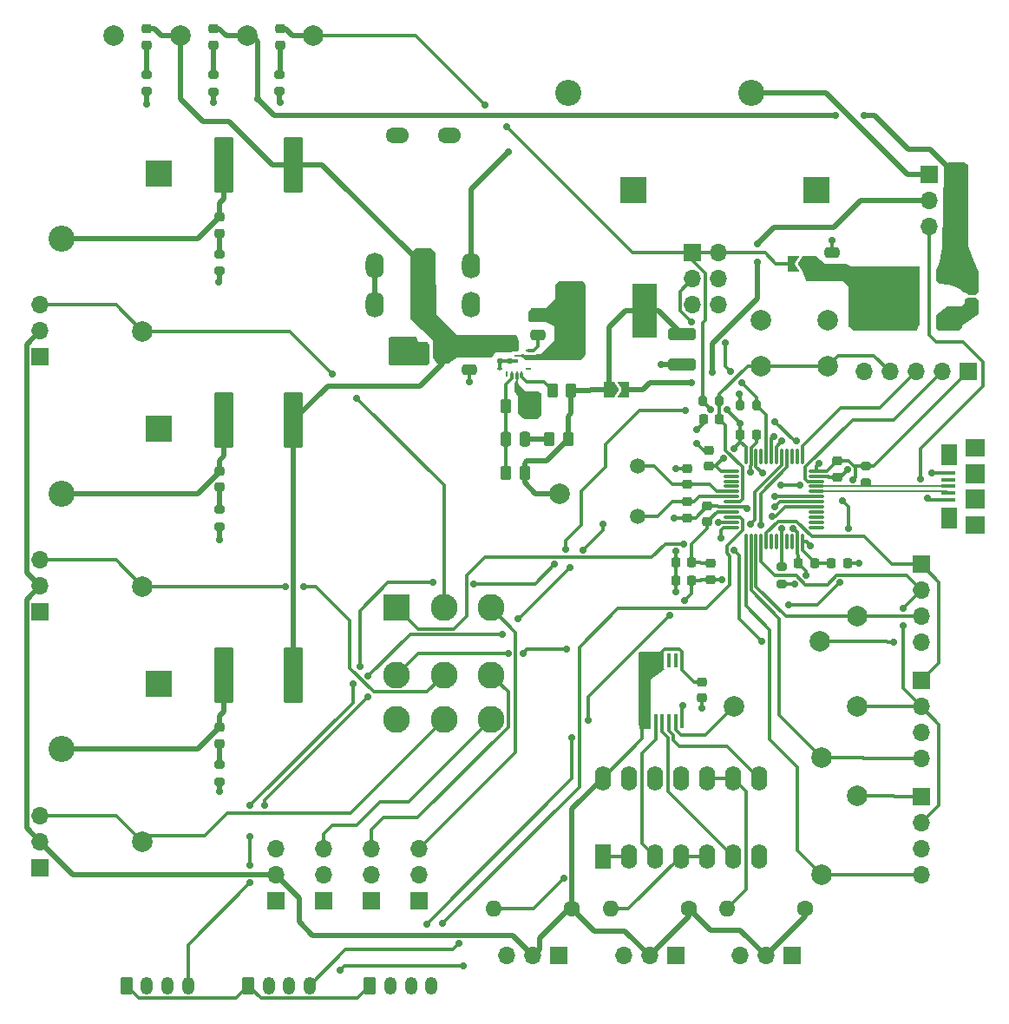
<source format=gbr>
%TF.GenerationSoftware,KiCad,Pcbnew,8.0.0*%
%TF.CreationDate,2024-04-09T16:31:16-05:00*%
%TF.ProjectId,MainBoardv2,4d61696e-426f-4617-9264-76322e6b6963,rev?*%
%TF.SameCoordinates,Original*%
%TF.FileFunction,Copper,L1,Top*%
%TF.FilePolarity,Positive*%
%FSLAX46Y46*%
G04 Gerber Fmt 4.6, Leading zero omitted, Abs format (unit mm)*
G04 Created by KiCad (PCBNEW 8.0.0) date 2024-04-09 16:31:16*
%MOMM*%
%LPD*%
G01*
G04 APERTURE LIST*
G04 Aperture macros list*
%AMRoundRect*
0 Rectangle with rounded corners*
0 $1 Rounding radius*
0 $2 $3 $4 $5 $6 $7 $8 $9 X,Y pos of 4 corners*
0 Add a 4 corners polygon primitive as box body*
4,1,4,$2,$3,$4,$5,$6,$7,$8,$9,$2,$3,0*
0 Add four circle primitives for the rounded corners*
1,1,$1+$1,$2,$3*
1,1,$1+$1,$4,$5*
1,1,$1+$1,$6,$7*
1,1,$1+$1,$8,$9*
0 Add four rect primitives between the rounded corners*
20,1,$1+$1,$2,$3,$4,$5,0*
20,1,$1+$1,$4,$5,$6,$7,0*
20,1,$1+$1,$6,$7,$8,$9,0*
20,1,$1+$1,$8,$9,$2,$3,0*%
%AMFreePoly0*
4,1,6,1.000000,0.000000,0.500000,-0.750000,-0.500000,-0.750000,-0.500000,0.750000,0.500000,0.750000,1.000000,0.000000,1.000000,0.000000,$1*%
%AMFreePoly1*
4,1,6,0.500000,-0.750000,-0.650000,-0.750000,-0.150000,0.000000,-0.650000,0.750000,0.500000,0.750000,0.500000,-0.750000,0.500000,-0.750000,$1*%
%AMFreePoly2*
4,1,23,1.050001,-0.200000,0.225001,-0.200000,0.225001,-0.699998,0.175001,-0.749998,0.025001,-0.749998,-0.024999,-0.699998,-0.024999,-0.200000,-0.274998,-0.200000,-0.274998,-0.699998,-0.324998,-0.749998,-0.474998,-0.749998,-0.524998,-0.699998,-0.524998,-0.200000,-0.775000,-0.200000,-0.775000,-0.699998,-0.825000,-0.749998,-0.975000,-0.749998,-1.025000,-0.699998,-1.025000,-0.200000,-1.050000,-0.200000,
-1.050000,0.199999,1.050001,0.199999,1.050001,-0.200000,1.050001,-0.200000,$1*%
G04 Aperture macros list end*
%TA.AperFunction,ComponentPad*%
%ADD10C,2.000000*%
%TD*%
%TA.AperFunction,SMDPad,CuDef*%
%ADD11RoundRect,0.200000X-0.275000X0.200000X-0.275000X-0.200000X0.275000X-0.200000X0.275000X0.200000X0*%
%TD*%
%TA.AperFunction,ComponentPad*%
%ADD12R,1.700000X1.700000*%
%TD*%
%TA.AperFunction,ComponentPad*%
%ADD13O,1.700000X1.700000*%
%TD*%
%TA.AperFunction,SMDPad,CuDef*%
%ADD14RoundRect,0.250000X0.250000X0.475000X-0.250000X0.475000X-0.250000X-0.475000X0.250000X-0.475000X0*%
%TD*%
%TA.AperFunction,SMDPad,CuDef*%
%ADD15RoundRect,0.225000X0.225000X0.250000X-0.225000X0.250000X-0.225000X-0.250000X0.225000X-0.250000X0*%
%TD*%
%TA.AperFunction,ComponentPad*%
%ADD16R,2.628900X2.628900*%
%TD*%
%TA.AperFunction,ComponentPad*%
%ADD17C,2.628900*%
%TD*%
%TA.AperFunction,ComponentPad*%
%ADD18C,1.500000*%
%TD*%
%TA.AperFunction,SMDPad,CuDef*%
%ADD19RoundRect,0.218750X0.256250X-0.218750X0.256250X0.218750X-0.256250X0.218750X-0.256250X-0.218750X0*%
%TD*%
%TA.AperFunction,SMDPad,CuDef*%
%ADD20RoundRect,0.200000X-0.200000X-0.275000X0.200000X-0.275000X0.200000X0.275000X-0.200000X0.275000X0*%
%TD*%
%TA.AperFunction,ComponentPad*%
%ADD21RoundRect,0.250000X-0.350000X-0.625000X0.350000X-0.625000X0.350000X0.625000X-0.350000X0.625000X0*%
%TD*%
%TA.AperFunction,ComponentPad*%
%ADD22O,1.200000X1.750000*%
%TD*%
%TA.AperFunction,ComponentPad*%
%ADD23R,2.550000X2.550000*%
%TD*%
%TA.AperFunction,ComponentPad*%
%ADD24C,2.550000*%
%TD*%
%TA.AperFunction,SMDPad,CuDef*%
%ADD25RoundRect,0.225000X-0.225000X-0.250000X0.225000X-0.250000X0.225000X0.250000X-0.225000X0.250000X0*%
%TD*%
%TA.AperFunction,SMDPad,CuDef*%
%ADD26RoundRect,0.225000X0.250000X-0.225000X0.250000X0.225000X-0.250000X0.225000X-0.250000X-0.225000X0*%
%TD*%
%TA.AperFunction,SMDPad,CuDef*%
%ADD27RoundRect,0.250000X0.850000X0.350000X-0.850000X0.350000X-0.850000X-0.350000X0.850000X-0.350000X0*%
%TD*%
%TA.AperFunction,SMDPad,CuDef*%
%ADD28RoundRect,0.250000X1.275000X1.125000X-1.275000X1.125000X-1.275000X-1.125000X1.275000X-1.125000X0*%
%TD*%
%TA.AperFunction,SMDPad,CuDef*%
%ADD29RoundRect,0.249997X2.950003X2.650003X-2.950003X2.650003X-2.950003X-2.650003X2.950003X-2.650003X0*%
%TD*%
%TA.AperFunction,SMDPad,CuDef*%
%ADD30RoundRect,0.250000X-0.262500X-0.450000X0.262500X-0.450000X0.262500X0.450000X-0.262500X0.450000X0*%
%TD*%
%TA.AperFunction,SMDPad,CuDef*%
%ADD31RoundRect,0.075000X-0.662500X-0.075000X0.662500X-0.075000X0.662500X0.075000X-0.662500X0.075000X0*%
%TD*%
%TA.AperFunction,SMDPad,CuDef*%
%ADD32RoundRect,0.075000X-0.075000X-0.662500X0.075000X-0.662500X0.075000X0.662500X-0.075000X0.662500X0*%
%TD*%
%TA.AperFunction,SMDPad,CuDef*%
%ADD33RoundRect,0.250000X0.262500X0.450000X-0.262500X0.450000X-0.262500X-0.450000X0.262500X-0.450000X0*%
%TD*%
%TA.AperFunction,ComponentPad*%
%ADD34C,1.600000*%
%TD*%
%TA.AperFunction,ComponentPad*%
%ADD35O,1.600000X1.600000*%
%TD*%
%TA.AperFunction,SMDPad,CuDef*%
%ADD36FreePoly0,180.000000*%
%TD*%
%TA.AperFunction,SMDPad,CuDef*%
%ADD37FreePoly1,180.000000*%
%TD*%
%TA.AperFunction,SMDPad,CuDef*%
%ADD38RoundRect,0.225000X-0.250000X0.225000X-0.250000X-0.225000X0.250000X-0.225000X0.250000X0.225000X0*%
%TD*%
%TA.AperFunction,ComponentPad*%
%ADD39R,1.600000X2.400000*%
%TD*%
%TA.AperFunction,ComponentPad*%
%ADD40O,1.600000X2.400000*%
%TD*%
%TA.AperFunction,SMDPad,CuDef*%
%ADD41R,2.413000X5.334000*%
%TD*%
%TA.AperFunction,SMDPad,CuDef*%
%ADD42R,0.355600X1.409700*%
%TD*%
%TA.AperFunction,SMDPad,CuDef*%
%ADD43RoundRect,0.250000X-1.100000X0.325000X-1.100000X-0.325000X1.100000X-0.325000X1.100000X0.325000X0*%
%TD*%
%TA.AperFunction,SMDPad,CuDef*%
%ADD44RoundRect,0.250000X0.475000X-0.250000X0.475000X0.250000X-0.475000X0.250000X-0.475000X-0.250000X0*%
%TD*%
%TA.AperFunction,SMDPad,CuDef*%
%ADD45RoundRect,0.250000X-0.712500X-2.475000X0.712500X-2.475000X0.712500X2.475000X-0.712500X2.475000X0*%
%TD*%
%TA.AperFunction,ComponentPad*%
%ADD46O,1.778000X2.540000*%
%TD*%
%TA.AperFunction,ComponentPad*%
%ADD47O,2.286000X1.524000*%
%TD*%
%TA.AperFunction,SMDPad,CuDef*%
%ADD48RoundRect,0.250000X-0.475000X0.250000X-0.475000X-0.250000X0.475000X-0.250000X0.475000X0.250000X0*%
%TD*%
%TA.AperFunction,SMDPad,CuDef*%
%ADD49FreePoly0,0.000000*%
%TD*%
%TA.AperFunction,SMDPad,CuDef*%
%ADD50FreePoly1,0.000000*%
%TD*%
%TA.AperFunction,SMDPad,CuDef*%
%ADD51RoundRect,0.200000X0.200000X0.275000X-0.200000X0.275000X-0.200000X-0.275000X0.200000X-0.275000X0*%
%TD*%
%TA.AperFunction,SMDPad,CuDef*%
%ADD52R,0.249999X0.599999*%
%TD*%
%TA.AperFunction,SMDPad,CuDef*%
%ADD53R,0.599999X0.249999*%
%TD*%
%TA.AperFunction,SMDPad,CuDef*%
%ADD54R,1.699999X0.249999*%
%TD*%
%TA.AperFunction,SMDPad,CuDef*%
%ADD55FreePoly2,180.000000*%
%TD*%
%TA.AperFunction,SMDPad,CuDef*%
%ADD56R,2.100001X0.399999*%
%TD*%
%TA.AperFunction,SMDPad,CuDef*%
%ADD57R,1.350000X0.400000*%
%TD*%
%TA.AperFunction,SMDPad,CuDef*%
%ADD58R,1.600000X2.100000*%
%TD*%
%TA.AperFunction,SMDPad,CuDef*%
%ADD59R,1.900000X1.800000*%
%TD*%
%TA.AperFunction,SMDPad,CuDef*%
%ADD60R,1.900000X1.900000*%
%TD*%
%TA.AperFunction,ViaPad*%
%ADD61C,0.700000*%
%TD*%
%TA.AperFunction,ViaPad*%
%ADD62C,0.600000*%
%TD*%
%TA.AperFunction,Conductor*%
%ADD63C,0.300000*%
%TD*%
%TA.AperFunction,Conductor*%
%ADD64C,0.500000*%
%TD*%
%TA.AperFunction,Conductor*%
%ADD65C,0.200000*%
%TD*%
G04 APERTURE END LIST*
D10*
%TO.P,TP3,1,1*%
%TO.N,/SPI1_NSS_RasPi*%
X174000000Y-109200000D03*
%TD*%
D11*
%TO.P,R9,1*%
%TO.N,/Motors/M2_Fault_LED_Cathode*%
X115380000Y-96375000D03*
%TO.P,R9,2*%
%TO.N,GND*%
X115380000Y-98025000D03*
%TD*%
D12*
%TO.P,J9,1,Pin_1*%
%TO.N,/SPI1_MOSI*%
X183875000Y-124380000D03*
D13*
%TO.P,J9,2,Pin_2*%
%TO.N,/SPI1_MISO*%
X183875000Y-126920000D03*
%TO.P,J9,3,Pin_3*%
%TO.N,/SPI1_SCK*%
X183875000Y-129460000D03*
%TO.P,J9,4,Pin_4*%
%TO.N,/SPI1_NSS_ESP2*%
X183875000Y-132000000D03*
%TD*%
D14*
%TO.P,Cin1,1*%
%TO.N,+12V*%
X137200000Y-81000000D03*
%TO.P,Cin1,2*%
%TO.N,GND*%
X135300000Y-81000000D03*
%TD*%
D15*
%TO.P,C3,1*%
%TO.N,+3.3V*%
X161475000Y-103250000D03*
%TO.P,C3,2*%
%TO.N,GND*%
X159925000Y-103250000D03*
%TD*%
D16*
%TO.P,SW3,1,A*%
%TO.N,/TIM1_CH1*%
X132705200Y-105946800D03*
D17*
%TO.P,SW3,2,B*%
%TO.N,/PWM & Encoders & Limit Switches/M1_PWM*%
X137302600Y-105946800D03*
%TO.P,SW3,3,C*%
%TO.N,/PWM & Encoders & Limit Switches/RC_PWM1*%
X141900000Y-105946800D03*
%TO.P,SW3,4,A*%
%TO.N,/TIM1_CH2*%
X132705200Y-112500000D03*
%TO.P,SW3,5,B*%
%TO.N,/PWM & Encoders & Limit Switches/M2_PWM*%
X137302600Y-112500000D03*
%TO.P,SW3,6,C*%
%TO.N,/PWM & Encoders & Limit Switches/RC_PWM2*%
X141900000Y-112500000D03*
%TO.P,SW3,7,A*%
%TO.N,/TIM1_CH3*%
X132705200Y-116868800D03*
%TO.P,SW3,8,B*%
%TO.N,/PWM & Encoders & Limit Switches/M3_PWM*%
X137302600Y-116868800D03*
%TO.P,SW3,9,C*%
%TO.N,/PWM & Encoders & Limit Switches/RC_PWM3*%
X141900000Y-116868800D03*
%TD*%
D18*
%TO.P,Y1,1,1*%
%TO.N,/OSC_IN*%
X156175000Y-92150000D03*
%TO.P,Y1,2,2*%
%TO.N,/OSC_OUT*%
X156175000Y-97030000D03*
%TD*%
D10*
%TO.P,TP5,1,1*%
%TO.N,/SPI1_MISO*%
X177600000Y-115600000D03*
%TD*%
D11*
%TO.P,R3,1*%
%TO.N,/PWR_LED_12V_Cathode*%
X108325001Y-53905000D03*
%TO.P,R3,2*%
%TO.N,GND*%
X108325001Y-55555000D03*
%TD*%
D15*
%TO.P,C6,1*%
%TO.N,+3.3V*%
X173450000Y-101600000D03*
%TO.P,C6,2*%
%TO.N,GND*%
X171900000Y-101600000D03*
%TD*%
D19*
%TO.P,D3,1,K*%
%TO.N,/PWR_LED_12V_Cathode*%
X108325001Y-51017500D03*
%TO.P,D3,2,A*%
%TO.N,+12V*%
X108325001Y-49442500D03*
%TD*%
D20*
%TO.P,R5,1*%
%TO.N,+3.3V*%
X162550000Y-85800000D03*
%TO.P,R5,2*%
%TO.N,/NRST*%
X164200000Y-85800000D03*
%TD*%
D12*
%TO.P,J11,1,Pin_1*%
%TO.N,GND*%
X134900000Y-134500000D03*
D13*
%TO.P,J11,2,Pin_2*%
%TO.N,unconnected-(J11-Pin_2-Pad2)*%
X134900000Y-131960000D03*
%TO.P,J11,3,Pin_3*%
%TO.N,/PWM & Encoders & Limit Switches/RC_PWM1*%
X134900000Y-129420000D03*
%TD*%
D21*
%TO.P,J15,1,Pin_1*%
%TO.N,+3.3V*%
X118200000Y-142800000D03*
D22*
%TO.P,J15,2,Pin_2*%
%TO.N,GND*%
X120200000Y-142800000D03*
%TO.P,J15,3,Pin_3*%
%TO.N,/TIM3_CH1*%
X122200000Y-142800000D03*
%TO.P,J15,4,Pin_4*%
%TO.N,/TIM3_CH2*%
X124200000Y-142800000D03*
%TD*%
D12*
%TO.P,J13,1,Pin_1*%
%TO.N,GND*%
X97875000Y-106375000D03*
D13*
%TO.P,J13,2,Pin_2*%
%TO.N,+5V*%
X97875000Y-103835000D03*
%TO.P,J13,3,Pin_3*%
%TO.N,/PWM & Encoders & Limit Switches/M2_PWM*%
X97875000Y-101295000D03*
%TD*%
D12*
%TO.P,J17,1,Pin_1*%
%TO.N,GND*%
X125600000Y-134500000D03*
D13*
%TO.P,J17,2,Pin_2*%
%TO.N,unconnected-(J17-Pin_2-Pad2)*%
X125600000Y-131960000D03*
%TO.P,J17,3,Pin_3*%
%TO.N,/PWM & Encoders & Limit Switches/RC_PWM3*%
X125600000Y-129420000D03*
%TD*%
D12*
%TO.P,J3,1,Pin_1*%
%TO.N,+3.3V*%
X161560000Y-71320000D03*
D13*
%TO.P,J3,2,Pin_2*%
X164100000Y-71320000D03*
%TO.P,J3,3,Pin_3*%
%TO.N,/BOOT0*%
X161560000Y-73860000D03*
%TO.P,J3,4,Pin_4*%
%TO.N,/BOOT1*%
X164100000Y-73860000D03*
%TO.P,J3,5,Pin_5*%
%TO.N,GND*%
X161560000Y-76400000D03*
%TO.P,J3,6,Pin_6*%
X164100000Y-76400000D03*
%TD*%
D12*
%TO.P,J1,1,Pin_1*%
%TO.N,/5V_EXT*%
X184660000Y-63660000D03*
D13*
%TO.P,J1,2,Pin_2*%
%TO.N,+5V*%
X187200000Y-63660000D03*
%TO.P,J1,3,Pin_3*%
%TO.N,/5V_BUCK*%
X184660000Y-66200000D03*
%TO.P,J1,4,Pin_4*%
%TO.N,+5V*%
X187200000Y-66200000D03*
%TO.P,J1,5,Pin_5*%
%TO.N,VBUS*%
X184660000Y-68740000D03*
%TO.P,J1,6,Pin_6*%
%TO.N,+5V*%
X187200000Y-68740000D03*
%TD*%
D10*
%TO.P,TP4,1,1*%
%TO.N,/SPI1_SCK*%
X177600000Y-106800000D03*
%TD*%
D23*
%TO.P,J20,1,Pin_1*%
%TO.N,GND*%
X109462500Y-63575000D03*
D24*
%TO.P,J20,2,Pin_2*%
%TO.N,/Motors/Motor1PowerOut*%
X99962500Y-69925000D03*
%TD*%
D12*
%TO.P,J24,1,Pin_1*%
%TO.N,GND*%
X159905000Y-139900000D03*
D13*
%TO.P,J24,2,Pin_2*%
%TO.N,+5V*%
X157365000Y-139900000D03*
%TO.P,J24,3,Pin_3*%
%TO.N,/LimitSwitchOR3/LimitSwitch2*%
X154825000Y-139900000D03*
%TD*%
D21*
%TO.P,J12,1,Pin_1*%
%TO.N,+3.3V*%
X106325000Y-142800000D03*
D22*
%TO.P,J12,2,Pin_2*%
%TO.N,GND*%
X108325000Y-142800000D03*
%TO.P,J12,3,Pin_3*%
%TO.N,/TIM4_CH1*%
X110325000Y-142800000D03*
%TO.P,J12,4,Pin_4*%
%TO.N,/TIM4_CH2*%
X112325000Y-142800000D03*
%TD*%
D25*
%TO.P,C8,1*%
%TO.N,+3.3V*%
X175125000Y-101600000D03*
%TO.P,C8,2*%
%TO.N,GND*%
X176675000Y-101600000D03*
%TD*%
D26*
%TO.P,C4,1*%
%TO.N,+3.3V*%
X163175000Y-92125000D03*
%TO.P,C4,2*%
%TO.N,GND*%
X163175000Y-90575000D03*
%TD*%
D12*
%TO.P,J19,1,Pin_1*%
%TO.N,GND*%
X120900000Y-134500000D03*
D13*
%TO.P,J19,2,Pin_2*%
%TO.N,+5V*%
X120900000Y-131960000D03*
%TO.P,J19,3,Pin_3*%
%TO.N,unconnected-(J19-Pin_3-Pad3)*%
X120900000Y-129420000D03*
%TD*%
D27*
%TO.P,U1,1,GND*%
%TO.N,GND*%
X186600000Y-78060000D03*
D28*
%TO.P,U1,2,VO*%
%TO.N,/REG_OUT*%
X181975000Y-77305000D03*
X181975000Y-74255000D03*
D29*
X180300000Y-75780000D03*
D28*
X178625000Y-77305000D03*
X178625000Y-74255000D03*
D27*
%TO.P,U1,3,VI*%
%TO.N,+5V*%
X186600000Y-73500000D03*
%TD*%
D30*
%TO.P,Rpg1,1*%
%TO.N,/PG*%
X147887500Y-84750000D03*
%TO.P,Rpg1,2*%
%TO.N,/5V_BUCK_JumperIN*%
X149712500Y-84750000D03*
%TD*%
D10*
%TO.P,TP13,1,1*%
%TO.N,/PWM & Encoders & Limit Switches/M1_PWM*%
X107875000Y-78950000D03*
%TD*%
D31*
%TO.P,U2,1,VBAT*%
%TO.N,+3.3V*%
X165350000Y-92600000D03*
%TO.P,U2,2,PC13*%
%TO.N,unconnected-(U2-PC13-Pad2)*%
X165350000Y-93100000D03*
%TO.P,U2,3,PC14*%
%TO.N,unconnected-(U2-PC14-Pad3)*%
X165350000Y-93600000D03*
%TO.P,U2,4,PC15*%
%TO.N,unconnected-(U2-PC15-Pad4)*%
X165350000Y-94100000D03*
%TO.P,U2,5,PD0*%
%TO.N,/OSC_IN*%
X165350000Y-94600000D03*
%TO.P,U2,6,PD1*%
%TO.N,/OSC_OUT*%
X165350000Y-95100000D03*
%TO.P,U2,7,NRST*%
%TO.N,/NRST*%
X165350000Y-95600000D03*
%TO.P,U2,8,VSSA*%
%TO.N,GND*%
X165350000Y-96100000D03*
%TO.P,U2,9,VDDA*%
%TO.N,+3.3VA*%
X165350000Y-96600000D03*
%TO.P,U2,10,PA0*%
%TO.N,/TIM2_CH1*%
X165350000Y-97100000D03*
%TO.P,U2,11,PA1*%
%TO.N,/TIM2_CH2*%
X165350000Y-97600000D03*
%TO.P,U2,12,PA2*%
%TO.N,/SPI1_NSS_RasPi*%
X165350000Y-98100000D03*
D32*
%TO.P,U2,13,PA3*%
%TO.N,/SPI1_NSS_ESP2*%
X166762500Y-99512500D03*
%TO.P,U2,14,PA4*%
%TO.N,/SPI1_NSS_ESP1*%
X167262500Y-99512500D03*
%TO.P,U2,15,PA5*%
%TO.N,/SPI1_SCK*%
X167762500Y-99512500D03*
%TO.P,U2,16,PA6*%
%TO.N,/SPI1_MISO*%
X168262500Y-99512500D03*
%TO.P,U2,17,PA7*%
%TO.N,/SPI1_MOSI*%
X168762500Y-99512500D03*
%TO.P,U2,18,PB0*%
%TO.N,unconnected-(U2-PB0-Pad18)*%
X169262500Y-99512500D03*
%TO.P,U2,19,PB1*%
%TO.N,unconnected-(U2-PB1-Pad19)*%
X169762500Y-99512500D03*
%TO.P,U2,20,PB2*%
%TO.N,/BOOT1*%
X170262500Y-99512500D03*
%TO.P,U2,21,PB10*%
%TO.N,unconnected-(U2-PB10-Pad21)*%
X170762500Y-99512500D03*
%TO.P,U2,22,PB11*%
%TO.N,unconnected-(U2-PB11-Pad22)*%
X171262500Y-99512500D03*
%TO.P,U2,23,VSS*%
%TO.N,GND*%
X171762500Y-99512500D03*
%TO.P,U2,24,VDD*%
%TO.N,+3.3V*%
X172262500Y-99512500D03*
D31*
%TO.P,U2,25,PB12*%
%TO.N,unconnected-(U2-PB12-Pad25)*%
X173675000Y-98100000D03*
%TO.P,U2,26,PB13*%
%TO.N,unconnected-(U2-PB13-Pad26)*%
X173675000Y-97600000D03*
%TO.P,U2,27,PB14*%
%TO.N,unconnected-(U2-PB14-Pad27)*%
X173675000Y-97100000D03*
%TO.P,U2,28,PB15*%
%TO.N,unconnected-(U2-PB15-Pad28)*%
X173675000Y-96600000D03*
%TO.P,U2,29,PA8*%
%TO.N,/TIM1_CH1*%
X173675000Y-96100000D03*
%TO.P,U2,30,PA9*%
%TO.N,/TIM1_CH2*%
X173675000Y-95600000D03*
%TO.P,U2,31,PA10*%
%TO.N,/TIM1_CH3*%
X173675000Y-95100000D03*
%TO.P,U2,32,PA11*%
%TO.N,/USB_D-*%
X173675000Y-94600000D03*
%TO.P,U2,33,PA12*%
%TO.N,/USB_D+*%
X173675000Y-94100000D03*
%TO.P,U2,34,PA13*%
%TO.N,/SWDIO*%
X173675000Y-93600000D03*
%TO.P,U2,35,VSS*%
%TO.N,GND*%
X173675000Y-93100000D03*
%TO.P,U2,36,VDD*%
%TO.N,+3.3V*%
X173675000Y-92600000D03*
D32*
%TO.P,U2,37,PA14*%
%TO.N,/SWCLK*%
X172262500Y-91187500D03*
%TO.P,U2,38,PA15*%
%TO.N,unconnected-(U2-PA15-Pad38)*%
X171762500Y-91187500D03*
%TO.P,U2,39,PB3*%
%TO.N,unconnected-(U2-PB3-Pad39)*%
X171262500Y-91187500D03*
%TO.P,U2,40,PB4*%
%TO.N,/TIM3_CH1*%
X170762500Y-91187500D03*
%TO.P,U2,41,PB5*%
%TO.N,/TIM3_CH2*%
X170262500Y-91187500D03*
%TO.P,U2,42,PB6*%
%TO.N,/TIM4_CH1*%
X169762500Y-91187500D03*
%TO.P,U2,43,PB7*%
%TO.N,/TIM4_CH2*%
X169262500Y-91187500D03*
%TO.P,U2,44,BOOT0*%
%TO.N,/BOOT0*%
X168762500Y-91187500D03*
%TO.P,U2,45,PB8*%
%TO.N,unconnected-(U2-PB8-Pad45)*%
X168262500Y-91187500D03*
%TO.P,U2,46,PB9*%
%TO.N,/OR3*%
X167762500Y-91187500D03*
%TO.P,U2,47,VSS*%
%TO.N,GND*%
X167262500Y-91187500D03*
%TO.P,U2,48,VDD*%
%TO.N,+3.3V*%
X166762500Y-91187500D03*
%TD*%
D12*
%TO.P,J23,1,Pin_1*%
%TO.N,GND*%
X148530000Y-139900000D03*
D13*
%TO.P,J23,2,Pin_2*%
%TO.N,+5V*%
X145990000Y-139900000D03*
%TO.P,J23,3,Pin_3*%
%TO.N,/LimitSwitchOR3/LimitSwitch1*%
X143450000Y-139900000D03*
%TD*%
D15*
%TO.P,C2,1*%
%TO.N,+3.3VA*%
X161475000Y-101500000D03*
%TO.P,C2,2*%
%TO.N,GND*%
X159925000Y-101500000D03*
%TD*%
D10*
%TO.P,TP9,1,1*%
%TO.N,/SPI1_NSS_ESP1*%
X174200000Y-120600000D03*
%TD*%
D11*
%TO.P,R2,1*%
%TO.N,/PWR_LED_5V_Cathode*%
X114825000Y-53942500D03*
%TO.P,R2,2*%
%TO.N,GND*%
X114825000Y-55592500D03*
%TD*%
D33*
%TO.P,Rfbb1,1*%
%TO.N,GND*%
X145162500Y-86250000D03*
%TO.P,Rfbb1,2*%
%TO.N,/FB*%
X143337500Y-86250000D03*
%TD*%
D12*
%TO.P,J10,1,Pin_1*%
%TO.N,GND*%
X97875000Y-81475000D03*
D13*
%TO.P,J10,2,Pin_2*%
%TO.N,+5V*%
X97875000Y-78935000D03*
%TO.P,J10,3,Pin_3*%
%TO.N,/PWM & Encoders & Limit Switches/M1_PWM*%
X97875000Y-76395000D03*
%TD*%
D34*
%TO.P,R13,1*%
%TO.N,+5V*%
X172565000Y-135300000D03*
D35*
%TO.P,R13,2*%
%TO.N,/LimitSwitchOR3/LimitSwitch3*%
X164945000Y-135300000D03*
%TD*%
D19*
%TO.P,D4,1,K*%
%TO.N,/Motors/M1_Fault_LED_Cathode*%
X115400000Y-69387500D03*
%TO.P,D4,2,A*%
%TO.N,/Motors/Motor1PowerOut*%
X115400000Y-67812500D03*
%TD*%
%TO.P,D5,1,K*%
%TO.N,/Motors/M2_Fault_LED_Cathode*%
X115420000Y-94187500D03*
%TO.P,D5,2,A*%
%TO.N,/Motors/Motor2PowerOut*%
X115420000Y-92612500D03*
%TD*%
D36*
%TO.P,JP2,1,A*%
%TO.N,/REG_OUT*%
X172825000Y-72400000D03*
D37*
%TO.P,JP2,2,B*%
%TO.N,+3.3V*%
X171375000Y-72400000D03*
%TD*%
D10*
%TO.P,TP11,1,1*%
%TO.N,/PWM & Encoders & Limit Switches/M3_PWM*%
X107875000Y-128750000D03*
%TD*%
D38*
%TO.P,C5,1*%
%TO.N,+3.3V*%
X175675000Y-91625000D03*
%TO.P,C5,2*%
%TO.N,GND*%
X175675000Y-93175000D03*
%TD*%
%TO.P,C13,1*%
%TO.N,GND*%
X161000000Y-92375000D03*
%TO.P,C13,2*%
%TO.N,/OSC_IN*%
X161000000Y-93925000D03*
%TD*%
D12*
%TO.P,J8,1,Pin_1*%
%TO.N,/SPI1_MOSI*%
X183875000Y-113040000D03*
D13*
%TO.P,J8,2,Pin_2*%
%TO.N,/SPI1_MISO*%
X183875000Y-115580000D03*
%TO.P,J8,3,Pin_3*%
%TO.N,/SPI1_SCK*%
X183875000Y-118120000D03*
%TO.P,J8,4,Pin_4*%
%TO.N,/SPI1_NSS_ESP1*%
X183875000Y-120660000D03*
%TD*%
D10*
%TO.P,TP15,1,1*%
%TO.N,/5V_BUCK_JumperIN*%
X148600000Y-94800000D03*
%TD*%
D34*
%TO.P,R11,1*%
%TO.N,+5V*%
X149815000Y-135300000D03*
D35*
%TO.P,R11,2*%
%TO.N,/LimitSwitchOR3/LimitSwitch1*%
X142195000Y-135300000D03*
%TD*%
D39*
%TO.P,U4,1,1A*%
%TO.N,/LimitSwitchOR3/LimitSwitch1*%
X152800000Y-130200000D03*
D40*
%TO.P,U4,2,1B*%
X155340000Y-130200000D03*
%TO.P,U4,3,1Y*%
%TO.N,/LimitSwitchOR3/LimitSwitchOUT1*%
X157880000Y-130200000D03*
%TO.P,U4,4,2A*%
%TO.N,/LimitSwitchOR3/LimitSwitch2*%
X160420000Y-130200000D03*
%TO.P,U4,5,2B*%
X162960000Y-130200000D03*
%TO.P,U4,6,2Y*%
%TO.N,/LimitSwitchOR3/LimitSwitchOUT2*%
X165500000Y-130200000D03*
%TO.P,U4,7,GND*%
%TO.N,GND*%
X168040000Y-130200000D03*
%TO.P,U4,8,3Y*%
%TO.N,/LimitSwitchOR3/LimitSwitchOUT3*%
X168040000Y-122580000D03*
%TO.P,U4,9,3A*%
%TO.N,/LimitSwitchOR3/LimitSwitch3*%
X165500000Y-122580000D03*
%TO.P,U4,10,3B*%
X162960000Y-122580000D03*
%TO.P,U4,11,4Y*%
%TO.N,unconnected-(U4-4Y-Pad11)*%
X160420000Y-122580000D03*
%TO.P,U4,12,4A*%
%TO.N,unconnected-(U4-4A-Pad12)*%
X157880000Y-122580000D03*
%TO.P,U4,13,4B*%
%TO.N,unconnected-(U4-4B-Pad13)*%
X155340000Y-122580000D03*
%TO.P,U4,14,VCC*%
%TO.N,+5V*%
X152800000Y-122580000D03*
%TD*%
D10*
%TO.P,SW1,1,1*%
%TO.N,GND*%
X168250000Y-77850000D03*
X174750000Y-77850000D03*
%TO.P,SW1,2,2*%
%TO.N,/NRST*%
X168250000Y-82350000D03*
X174750000Y-82350000D03*
%TD*%
%TO.P,TP12,1,1*%
%TO.N,/PWM & Encoders & Limit Switches/M2_PWM*%
X107875000Y-103850000D03*
%TD*%
D41*
%TO.P,L1,1,1*%
%TO.N,/SW*%
X149630500Y-77000000D03*
%TO.P,L1,2,2*%
%TO.N,/5V_BUCK_JumperIN*%
X156869500Y-77000000D03*
%TD*%
D26*
%TO.P,C12,1*%
%TO.N,GND*%
X161000000Y-97175000D03*
%TO.P,C12,2*%
%TO.N,/OSC_OUT*%
X161000000Y-95625000D03*
%TD*%
D10*
%TO.P,TP7,1,1*%
%TO.N,GND*%
X105075002Y-50150000D03*
%TD*%
D12*
%TO.P,J25,1,Pin_1*%
%TO.N,GND*%
X171280000Y-139900000D03*
D13*
%TO.P,J25,2,Pin_2*%
%TO.N,+5V*%
X168740000Y-139900000D03*
%TO.P,J25,3,Pin_3*%
%TO.N,/LimitSwitchOR3/LimitSwitch3*%
X166200000Y-139900000D03*
%TD*%
D10*
%TO.P,TP1,1,1*%
%TO.N,+5V*%
X118075001Y-50150000D03*
%TD*%
D42*
%TO.P,U5,1,2A*%
%TO.N,+5V*%
X156650070Y-117000000D03*
%TO.P,U5,2,2B*%
X157300056Y-117000000D03*
%TO.P,U5,3,1A*%
%TO.N,/LimitSwitchOR3/LimitSwitchOUT1*%
X157950042Y-117000000D03*
%TO.P,U5,4,1B*%
%TO.N,/LimitSwitchOR3/LimitSwitchOUT2*%
X158600028Y-117000000D03*
%TO.P,U5,5,1C*%
%TO.N,/LimitSwitchOR3/LimitSwitchOUT3*%
X159250014Y-117000000D03*
%TO.P,U5,6,1Y*%
%TO.N,/OR3*%
X159900000Y-117000000D03*
%TO.P,U5,7,GND*%
%TO.N,GND*%
X160549986Y-117000000D03*
%TO.P,U5,8,2C*%
%TO.N,+5V*%
X160549986Y-111094500D03*
%TO.P,U5,9,2Y*%
%TO.N,unconnected-(U5-2Y-Pad9)*%
X159900000Y-111094500D03*
%TO.P,U5,10,3Y*%
%TO.N,unconnected-(U5-3Y-Pad10)*%
X159250014Y-111094500D03*
%TO.P,U5,11,3A*%
%TO.N,+5V*%
X158600028Y-111094500D03*
%TO.P,U5,12,3B*%
X157950042Y-111094500D03*
%TO.P,U5,13,3C*%
X157300056Y-111094500D03*
%TO.P,U5,14,VCC*%
X156650070Y-111094500D03*
%TD*%
D12*
%TO.P,J4,1,Pin_1*%
%TO.N,+3.3V*%
X188450000Y-82900000D03*
D13*
%TO.P,J4,2,Pin_2*%
%TO.N,/SWDIO*%
X185910000Y-82900000D03*
%TO.P,J4,3,Pin_3*%
%TO.N,/SWCLK*%
X183370000Y-82900000D03*
%TO.P,J4,4,Pin_4*%
%TO.N,/NRST*%
X180830000Y-82900000D03*
%TO.P,J4,5,Pin_5*%
%TO.N,GND*%
X178290000Y-82900000D03*
%TD*%
D19*
%TO.P,D6,1,K*%
%TO.N,/Motors/M3_Fault_LED_Cathode*%
X115420000Y-119187500D03*
%TO.P,D6,2,A*%
%TO.N,/Motors/Motor3PowerOut*%
X115420000Y-117612500D03*
%TD*%
D43*
%TO.P,Cout1,1*%
%TO.N,/5V_BUCK_JumperIN*%
X160500000Y-79275000D03*
%TO.P,Cout1,2*%
%TO.N,GND*%
X160500000Y-82225000D03*
%TD*%
D23*
%TO.P,J7,1,Pin_1*%
%TO.N,GND*%
X173650000Y-65200000D03*
D24*
%TO.P,J7,2,Pin_2*%
%TO.N,/5V_EXT*%
X167300000Y-55700000D03*
%TD*%
D11*
%TO.P,R1,1*%
%TO.N,/PWR_LED_3V3_Cathode*%
X121250000Y-53925000D03*
%TO.P,R1,2*%
%TO.N,GND*%
X121250000Y-55575000D03*
%TD*%
D34*
%TO.P,R12,1*%
%TO.N,+5V*%
X161190000Y-135300000D03*
D35*
%TO.P,R12,2*%
%TO.N,/LimitSwitchOR3/LimitSwitch2*%
X153570000Y-135300000D03*
%TD*%
D23*
%TO.P,J5,1,Pin_1*%
%TO.N,GND*%
X155805000Y-65200000D03*
D24*
%TO.P,J5,2,Pin_2*%
%TO.N,/12VPowerInput*%
X149455000Y-55700000D03*
%TD*%
D44*
%TO.P,Cboot1,1*%
%TO.N,/BOOT*%
X146500000Y-79350000D03*
%TO.P,Cboot1,2*%
%TO.N,/SW*%
X146500000Y-77450000D03*
%TD*%
D23*
%TO.P,J21,1,Pin_1*%
%TO.N,GND*%
X109462500Y-88475000D03*
D24*
%TO.P,J21,2,Pin_2*%
%TO.N,/Motors/Motor2PowerOut*%
X99962500Y-94825000D03*
%TD*%
D12*
%TO.P,J16,1,Pin_1*%
%TO.N,GND*%
X97875000Y-131275000D03*
D13*
%TO.P,J16,2,Pin_2*%
%TO.N,+5V*%
X97875000Y-128735000D03*
%TO.P,J16,3,Pin_3*%
%TO.N,/PWM & Encoders & Limit Switches/M3_PWM*%
X97875000Y-126195000D03*
%TD*%
D10*
%TO.P,TP2,1,1*%
%TO.N,+3.3V*%
X124575002Y-50150000D03*
%TD*%
D45*
%TO.P,F3,1*%
%TO.N,/Motors/Motor3PowerOut*%
X115862500Y-112530000D03*
%TO.P,F3,2*%
%TO.N,+12V*%
X122637500Y-112530000D03*
%TD*%
D38*
%TO.P,C14,1*%
%TO.N,+5V*%
X162500028Y-113172250D03*
%TO.P,C14,2*%
%TO.N,GND*%
X162500028Y-114722250D03*
%TD*%
D12*
%TO.P,J6,1,Pin_1*%
%TO.N,/SPI1_MOSI*%
X183875000Y-101700000D03*
D13*
%TO.P,J6,2,Pin_2*%
%TO.N,/SPI1_MISO*%
X183875000Y-104240000D03*
%TO.P,J6,3,Pin_3*%
%TO.N,/SPI1_SCK*%
X183875000Y-106780000D03*
%TO.P,J6,4,Pin_4*%
%TO.N,/SPI1_NSS_RasPi*%
X183875000Y-109320000D03*
%TD*%
D11*
%TO.P,R4,1*%
%TO.N,+3.3V*%
X178500000Y-92075000D03*
%TO.P,R4,2*%
%TO.N,/USB_D+*%
X178500000Y-93725000D03*
%TD*%
D21*
%TO.P,J18,1,Pin_1*%
%TO.N,+3.3V*%
X130075000Y-142800000D03*
D22*
%TO.P,J18,2,Pin_2*%
%TO.N,GND*%
X132075000Y-142800000D03*
%TO.P,J18,3,Pin_3*%
%TO.N,/TIM2_CH1*%
X134075000Y-142800000D03*
%TO.P,J18,4,Pin_4*%
%TO.N,/TIM2_CH2*%
X136075000Y-142800000D03*
%TD*%
D46*
%TO.P,SW2,1,A*%
%TO.N,/12VPowerInput*%
X139959000Y-76375000D03*
%TO.P,SW2,2,B*%
%TO.N,+12V*%
X135260000Y-76375000D03*
%TO.P,SW2,3,C*%
%TO.N,/PowerSwitchOff*%
X130561000Y-76375000D03*
%TO.P,SW2,4,A*%
%TO.N,/12VPowerInput*%
X139959000Y-72565000D03*
%TO.P,SW2,5,B*%
%TO.N,+12V*%
X135260000Y-72565000D03*
%TO.P,SW2,6,C*%
%TO.N,/PowerSwitchOff*%
X130561000Y-72565000D03*
D47*
%TO.P,SW2,7*%
%TO.N,N/C*%
X137800000Y-59865000D03*
%TO.P,SW2,8*%
X132720000Y-59865000D03*
%TD*%
D48*
%TO.P,Cinx1,1*%
%TO.N,+12V*%
X139750000Y-80800000D03*
%TO.P,Cinx1,2*%
%TO.N,GND*%
X139750000Y-82700000D03*
%TD*%
D19*
%TO.P,D2,1,K*%
%TO.N,/PWR_LED_5V_Cathode*%
X114825000Y-51017500D03*
%TO.P,D2,2,A*%
%TO.N,+5V*%
X114825000Y-49442500D03*
%TD*%
D10*
%TO.P,TP14,1,1*%
%TO.N,/OR3*%
X165600000Y-115600000D03*
%TD*%
D49*
%TO.P,JP1,1,A*%
%TO.N,/5V_BUCK_JumperIN*%
X153400000Y-84700000D03*
D50*
%TO.P,JP1,2,B*%
%TO.N,/5V_BUCK*%
X154850000Y-84700000D03*
%TD*%
D10*
%TO.P,TP8,1,1*%
%TO.N,+12V*%
X111575001Y-50150000D03*
%TD*%
D14*
%TO.P,Cff1,1*%
%TO.N,/Cff_Rff*%
X145200000Y-89500000D03*
%TO.P,Cff1,2*%
%TO.N,/FB*%
X143300000Y-89500000D03*
%TD*%
D38*
%TO.P,C9,1*%
%TO.N,+5V*%
X188800000Y-74725000D03*
%TO.P,C9,2*%
%TO.N,GND*%
X188800000Y-76275000D03*
%TD*%
D10*
%TO.P,TP10,1,1*%
%TO.N,/SPI1_NSS_ESP2*%
X174200000Y-132000000D03*
%TD*%
D23*
%TO.P,J22,1,Pin_1*%
%TO.N,GND*%
X109462500Y-113375000D03*
D24*
%TO.P,J22,2,Pin_2*%
%TO.N,/Motors/Motor3PowerOut*%
X99962500Y-119725000D03*
%TD*%
D45*
%TO.P,F2,1*%
%TO.N,/Motors/Motor2PowerOut*%
X115862500Y-87630000D03*
%TO.P,F2,2*%
%TO.N,+12V*%
X122637500Y-87630000D03*
%TD*%
D11*
%TO.P,R7,1*%
%TO.N,/BOOT1*%
X170250000Y-101975000D03*
%TO.P,R7,2*%
%TO.N,GND*%
X170250000Y-103625000D03*
%TD*%
%TO.P,R8,1*%
%TO.N,/Motors/M1_Fault_LED_Cathode*%
X115380000Y-71445000D03*
%TO.P,R8,2*%
%TO.N,GND*%
X115380000Y-73095000D03*
%TD*%
%TO.P,R10,1*%
%TO.N,/Motors/M3_Fault_LED_Cathode*%
X115380000Y-121245000D03*
%TO.P,R10,2*%
%TO.N,GND*%
X115380000Y-122895000D03*
%TD*%
D51*
%TO.P,R6,1*%
%TO.N,/BOOT0*%
X167825000Y-86200000D03*
%TO.P,R6,2*%
%TO.N,GND*%
X166175000Y-86200000D03*
%TD*%
D44*
%TO.P,C10,1*%
%TO.N,/REG_OUT*%
X175200000Y-73150000D03*
%TO.P,C10,2*%
%TO.N,GND*%
X175200000Y-71250000D03*
%TD*%
D12*
%TO.P,J14,1,Pin_1*%
%TO.N,GND*%
X130233334Y-134500000D03*
D13*
%TO.P,J14,2,Pin_2*%
%TO.N,unconnected-(J14-Pin_2-Pad2)*%
X130233334Y-131960000D03*
%TO.P,J14,3,Pin_3*%
%TO.N,/PWM & Encoders & Limit Switches/RC_PWM2*%
X130233334Y-129420000D03*
%TD*%
D15*
%TO.P,C11,1*%
%TO.N,/NRST*%
X164175000Y-87500000D03*
%TO.P,C11,2*%
%TO.N,GND*%
X162625000Y-87500000D03*
%TD*%
D52*
%TO.P,U3,1,EN*%
%TO.N,unconnected-(U3-EN-Pad1)*%
X143399998Y-83100001D03*
%TO.P,U3,2,FB*%
%TO.N,/FB*%
X143899999Y-83100001D03*
%TO.P,U3,3,AGND*%
%TO.N,GND*%
X144399999Y-83100001D03*
%TO.P,U3,4,PG*%
%TO.N,/PG*%
X144899997Y-83100001D03*
D53*
%TO.P,U3,5,NC*%
%TO.N,unconnected-(U3-NC-Pad5)*%
X145549999Y-82630002D03*
D54*
%TO.P,U3,6,SW*%
%TO.N,/SW*%
X145000000Y-81330002D03*
D53*
%TO.P,U3,7,BOOT*%
%TO.N,/BOOT*%
X145549999Y-80830000D03*
D55*
%TO.P,U3,8,VIN*%
%TO.N,+12V*%
X143500000Y-80750000D03*
D56*
%TO.P,U3,9,PGND*%
%TO.N,GND*%
X143500000Y-81910001D03*
D53*
%TO.P,U3,10,MODE*%
X142749999Y-82630002D03*
%TD*%
D30*
%TO.P,Rff1,1*%
%TO.N,/Cff_Rff*%
X147587500Y-89500000D03*
%TO.P,Rff1,2*%
%TO.N,/5V_BUCK_JumperIN*%
X149412500Y-89500000D03*
%TD*%
D19*
%TO.P,FB1,1*%
%TO.N,+3.3V*%
X163300000Y-103187500D03*
%TO.P,FB1,2*%
%TO.N,+3.3VA*%
X163300000Y-101612500D03*
%TD*%
D30*
%TO.P,Rfbt1,1*%
%TO.N,/FB*%
X143337500Y-92750000D03*
%TO.P,Rfbt1,2*%
%TO.N,/5V_BUCK_JumperIN*%
X145162500Y-92750000D03*
%TD*%
D10*
%TO.P,TP6,1,1*%
%TO.N,/SPI1_MOSI*%
X177600000Y-124300000D03*
%TD*%
D45*
%TO.P,F1,1*%
%TO.N,/Motors/Motor1PowerOut*%
X115862500Y-62730000D03*
%TO.P,F1,2*%
%TO.N,+12V*%
X122637500Y-62730000D03*
%TD*%
D25*
%TO.P,C7,1*%
%TO.N,+3.3V*%
X166225000Y-89100000D03*
%TO.P,C7,2*%
%TO.N,GND*%
X167775000Y-89100000D03*
%TD*%
D57*
%TO.P,J2,1,VBUS*%
%TO.N,VBUS*%
X186500000Y-95400000D03*
%TO.P,J2,2,D-*%
%TO.N,/USB_D-*%
X186500000Y-94750000D03*
%TO.P,J2,3,D+*%
%TO.N,/USB_D+*%
X186500000Y-94100000D03*
%TO.P,J2,4,ID*%
%TO.N,unconnected-(J2-ID-Pad4)*%
X186500000Y-93450000D03*
%TO.P,J2,5,GND*%
%TO.N,GND*%
X186500000Y-92800000D03*
D58*
%TO.P,J2,S1*%
%TO.N,N/C*%
X186625000Y-97200000D03*
%TO.P,J2,S2*%
X186625000Y-91000000D03*
D59*
%TO.P,J2,S3*%
X189175000Y-97900000D03*
D60*
%TO.P,J2,S4*%
X189175000Y-95300000D03*
%TO.P,J2,S5*%
X189175000Y-92900000D03*
D59*
%TO.P,J2,S6*%
X189175000Y-90300000D03*
%TD*%
D19*
%TO.P,D1,1,K*%
%TO.N,/PWR_LED_3V3_Cathode*%
X121305000Y-51017500D03*
%TO.P,D1,2,A*%
%TO.N,+3.3V*%
X121305000Y-49442500D03*
%TD*%
D26*
%TO.P,C1,1*%
%TO.N,+3.3VA*%
X163000000Y-97575000D03*
%TO.P,C1,2*%
%TO.N,GND*%
X163000000Y-96025000D03*
%TD*%
D61*
%TO.N,GND*%
X171400000Y-98200000D03*
X159900000Y-92400000D03*
X132300000Y-81000000D03*
X133200000Y-79900000D03*
X146400000Y-87000000D03*
X158500000Y-82200000D03*
X162000000Y-89900000D03*
X132300000Y-79900000D03*
X134100000Y-79900000D03*
X139800000Y-83900000D03*
X172626543Y-102746643D03*
D62*
X142800000Y-81900000D03*
D61*
X108300000Y-56800000D03*
D62*
X143800000Y-81900000D03*
D61*
X176688807Y-92478757D03*
X132300000Y-81900000D03*
X115400000Y-99300000D03*
X166100000Y-85100000D03*
X115300000Y-74200000D03*
X133200000Y-81900000D03*
X146400000Y-86200000D03*
X184900000Y-92800000D03*
X146400000Y-85400000D03*
X167200000Y-92700000D03*
X160600000Y-115500000D03*
X115400000Y-123900000D03*
X121300000Y-56600000D03*
X187100000Y-76900000D03*
X159800000Y-97200000D03*
X188800000Y-77300000D03*
X171500000Y-103600000D03*
X133200000Y-80900000D03*
X166900000Y-96300000D03*
X159900000Y-100400000D03*
X175200000Y-70100000D03*
X162500000Y-115700000D03*
X159900000Y-104400000D03*
X162000000Y-88600000D03*
X177800000Y-101600000D03*
X134100000Y-80900000D03*
X134100000Y-81900000D03*
X114800000Y-56600000D03*
%TO.N,+3.3V*%
X171700000Y-89700000D03*
X164555025Y-91344975D03*
X141300000Y-56900000D03*
X166225000Y-87971657D03*
X151400000Y-116900000D03*
X159300000Y-106700000D03*
X164900000Y-86646657D03*
X173100000Y-99900000D03*
X163349145Y-86650855D03*
X135600000Y-136800000D03*
X164400000Y-103200000D03*
X165600000Y-90400000D03*
X160800000Y-105200000D03*
X143400000Y-59000000D03*
X169600000Y-87800000D03*
X149800000Y-118600000D03*
X173900000Y-91900000D03*
X177235571Y-93450000D03*
%TO.N,+5V*%
X175500000Y-57900000D03*
X178300000Y-57900000D03*
X119100000Y-56300000D03*
%TO.N,/5V_BUCK*%
X167900000Y-70400000D03*
X167900000Y-72200000D03*
X163500000Y-83000000D03*
X161500000Y-84000000D03*
%TO.N,VBUS*%
X184494452Y-95216645D03*
X183800000Y-93400000D03*
%TO.N,/BOOT0*%
X166400000Y-84000000D03*
X165300000Y-82900000D03*
X164800000Y-80100000D03*
X161500000Y-78100000D03*
%TO.N,/BOOT1*%
X170300000Y-98200000D03*
%TO.N,/SPI1_NSS_RasPi*%
X168300000Y-109200000D03*
X165600000Y-100300000D03*
X181200000Y-109300000D03*
X164300000Y-99100000D03*
%TO.N,/SPI1_MISO*%
X182100000Y-107700000D03*
X182100000Y-106000000D03*
%TO.N,/PWM & Encoders & Limit Switches/M1_PWM*%
X128800000Y-85500000D03*
X126400000Y-83100000D03*
%TO.N,/TIM4_CH1*%
X150900000Y-100300000D03*
X152800000Y-97800000D03*
X143000000Y-108500000D03*
X170300000Y-89700000D03*
X119800000Y-125200000D03*
X129894975Y-112605025D03*
X129900000Y-114600000D03*
X149600000Y-102000000D03*
X144500000Y-107000000D03*
%TO.N,/TIM4_CH2*%
X128400000Y-113400000D03*
X129100000Y-111700000D03*
X118400000Y-128300000D03*
X118400000Y-132760000D03*
X118400000Y-125200000D03*
X118400000Y-131100000D03*
X136200000Y-103500000D03*
X148100000Y-101700000D03*
X160900000Y-86700000D03*
X169462500Y-89200000D03*
X140200000Y-103600000D03*
X149200000Y-100200000D03*
%TO.N,/PWM & Encoders & Limit Switches/M2_PWM*%
X121800000Y-103900000D03*
X123600000Y-103900000D03*
%TO.N,/TIM3_CH1*%
X139200000Y-140900000D03*
X168200000Y-97900000D03*
X127200000Y-141300000D03*
%TO.N,/TIM3_CH2*%
X167200000Y-97800000D03*
X138800000Y-138700000D03*
%TO.N,/TIM2_CH2*%
X164100000Y-97600000D03*
%TO.N,/TIM2_CH1*%
X137200000Y-136700000D03*
%TO.N,/12VPowerInput*%
X143600000Y-61500000D03*
%TO.N,/TIM1_CH3*%
X169600000Y-95100000D03*
%TO.N,/TIM1_CH1*%
X169300000Y-97000000D03*
X160700000Y-99700000D03*
%TO.N,/TIM1_CH2*%
X169600000Y-96100000D03*
X145000000Y-110400000D03*
X149300000Y-110000000D03*
X143600000Y-110400000D03*
%TO.N,/OR3*%
X170200000Y-94000000D03*
X172000000Y-94000000D03*
X176200000Y-95500000D03*
X170900000Y-105700000D03*
X175900000Y-103500000D03*
X176800000Y-98200000D03*
X168400000Y-92800000D03*
%TO.N,/LimitSwitchOR3/LimitSwitch1*%
X149015000Y-132300000D03*
%TD*%
D63*
%TO.N,+3.3VA*%
X163000000Y-98200000D02*
X161475000Y-99725000D01*
X163975000Y-96600000D02*
X163000000Y-97575000D01*
X162300000Y-101500000D02*
X162412500Y-101612500D01*
X162412500Y-101612500D02*
X163300000Y-101612500D01*
X161475000Y-101500000D02*
X162300000Y-101500000D01*
X163000000Y-97575000D02*
X163000000Y-98200000D01*
X165350000Y-96600000D02*
X163975000Y-96600000D01*
X161475000Y-99725000D02*
X161475000Y-101500000D01*
D64*
%TO.N,GND*%
X108325001Y-56774999D02*
X108300000Y-56800000D01*
D63*
X175200000Y-71250000D02*
X175200000Y-70100000D01*
D64*
X115380000Y-123880000D02*
X115400000Y-123900000D01*
D63*
X170275000Y-103600000D02*
X170250000Y-103625000D01*
D64*
X160475000Y-82200000D02*
X160500000Y-82225000D01*
D63*
X159925000Y-100425000D02*
X159900000Y-100400000D01*
X175992564Y-93175000D02*
X175675000Y-93175000D01*
D64*
X115380000Y-98025000D02*
X115380000Y-99280000D01*
D63*
X167262500Y-92028120D02*
X167262500Y-91187500D01*
D64*
X115380000Y-74120000D02*
X115300000Y-74200000D01*
D63*
X167200000Y-92090620D02*
X167262500Y-92028120D01*
X142749999Y-82630002D02*
X142749999Y-81950001D01*
X171762500Y-100662500D02*
X171900000Y-100800000D01*
X162500028Y-115699972D02*
X162500000Y-115700000D01*
X171900000Y-100800000D02*
X171900000Y-101600000D01*
X165350000Y-96100000D02*
X166700000Y-96100000D01*
X162625000Y-87500000D02*
X162625000Y-87975000D01*
X166175000Y-86200000D02*
X166175000Y-85175000D01*
X159925000Y-101500000D02*
X159925000Y-103250000D01*
D64*
X115380000Y-73095000D02*
X115380000Y-74120000D01*
D63*
X142749999Y-81950001D02*
X142800000Y-81900000D01*
X160549986Y-117000000D02*
X160549986Y-115550014D01*
X161000000Y-97175000D02*
X161850000Y-97175000D01*
X160549986Y-115550014D02*
X160600000Y-115500000D01*
X166700000Y-96100000D02*
X166900000Y-96300000D01*
X176675000Y-101600000D02*
X177800000Y-101600000D01*
D64*
X114825000Y-56575000D02*
X114800000Y-56600000D01*
D63*
X167775000Y-89834380D02*
X167775000Y-89100000D01*
X174800000Y-93100000D02*
X174875000Y-93175000D01*
X164100000Y-96100000D02*
X164025000Y-96025000D01*
X171762500Y-98562500D02*
X171400000Y-98200000D01*
X171762500Y-99512500D02*
X171762500Y-100662500D01*
X161000000Y-97175000D02*
X159825000Y-97175000D01*
X159825000Y-97175000D02*
X159800000Y-97200000D01*
X161850000Y-97175000D02*
X163000000Y-96025000D01*
X161000000Y-92375000D02*
X159925000Y-92375000D01*
X173675000Y-93100000D02*
X174800000Y-93100000D01*
X162675000Y-90575000D02*
X163175000Y-90575000D01*
X176688807Y-92478757D02*
X175992564Y-93175000D01*
X159925000Y-101500000D02*
X159925000Y-100425000D01*
X162000000Y-89900000D02*
X162675000Y-90575000D01*
X162500028Y-114722250D02*
X162500028Y-115699972D01*
D64*
X121250000Y-56550000D02*
X121300000Y-56600000D01*
X158500000Y-82200000D02*
X160475000Y-82200000D01*
D63*
X165350000Y-96100000D02*
X164100000Y-96100000D01*
D64*
X115380000Y-99280000D02*
X115400000Y-99300000D01*
X115380000Y-122895000D02*
X115380000Y-123880000D01*
D63*
X144399999Y-83100001D02*
X144399999Y-83599999D01*
X164025000Y-96025000D02*
X163000000Y-96025000D01*
X186500000Y-92800000D02*
X184900000Y-92800000D01*
X171762500Y-99512500D02*
X171762500Y-98562500D01*
X172626543Y-102326543D02*
X171900000Y-101600000D01*
X172626543Y-102746643D02*
X172626543Y-102326543D01*
X159925000Y-103250000D02*
X159925000Y-104375000D01*
X167262500Y-91187500D02*
X167262500Y-90346880D01*
X159925000Y-104375000D02*
X159900000Y-104400000D01*
D64*
X121250000Y-55575000D02*
X121250000Y-56550000D01*
D63*
X167262500Y-90346880D02*
X167775000Y-89834380D01*
X171500000Y-103600000D02*
X170275000Y-103600000D01*
X174875000Y-93175000D02*
X175675000Y-93175000D01*
D64*
X114825000Y-55592500D02*
X114825000Y-56575000D01*
D63*
X167200000Y-92700000D02*
X167200000Y-92090620D01*
X139750000Y-83850000D02*
X139800000Y-83900000D01*
X139750000Y-82700000D02*
X139750000Y-83850000D01*
X162625000Y-87975000D02*
X162000000Y-88600000D01*
X159925000Y-92375000D02*
X159900000Y-92400000D01*
D64*
X108325001Y-55555000D02*
X108325001Y-56774999D01*
D63*
X166175000Y-85175000D02*
X166100000Y-85100000D01*
%TO.N,+3.3V*%
X161475000Y-104525000D02*
X160800000Y-105200000D01*
X161475000Y-103250000D02*
X162350000Y-103250000D01*
X179275000Y-92075000D02*
X188450000Y-82900000D01*
X164100000Y-71320000D02*
X161560000Y-71320000D01*
X169700000Y-72400000D02*
X168620000Y-71320000D01*
X177235571Y-93450000D02*
X177500000Y-93185571D01*
X177500000Y-92300000D02*
X177275000Y-92075000D01*
X166225000Y-89775000D02*
X166225000Y-89725000D01*
X161475000Y-103250000D02*
X161475000Y-104525000D01*
X163825000Y-92125000D02*
X163175000Y-92125000D01*
X162350000Y-103250000D02*
X162412500Y-103187500D01*
X173675000Y-92600000D02*
X174700000Y-92600000D01*
X171500000Y-89700000D02*
X169600000Y-87800000D01*
X172712500Y-99512500D02*
X173100000Y-99900000D01*
X118200000Y-142800000D02*
X116975000Y-144025000D01*
X173450000Y-101600000D02*
X175125000Y-101600000D01*
X162550000Y-78150000D02*
X162800000Y-77900000D01*
X165600000Y-90400000D02*
X166225000Y-89775000D01*
X119425000Y-144025000D02*
X118200000Y-142800000D01*
X174700000Y-92600000D02*
X175675000Y-91625000D01*
X173675000Y-92125000D02*
X173900000Y-91900000D01*
X166762500Y-91187500D02*
X166762500Y-90262500D01*
X168620000Y-71320000D02*
X164100000Y-71320000D01*
X163349145Y-86650855D02*
X163349145Y-86599145D01*
X166225000Y-89725000D02*
X166225000Y-89100000D01*
X159300000Y-106700000D02*
X151400000Y-114600000D01*
X173675000Y-92600000D02*
X173675000Y-92125000D01*
X162412500Y-103187500D02*
X163300000Y-103187500D01*
X128850000Y-144025000D02*
X119425000Y-144025000D01*
X149800000Y-122600000D02*
X135600000Y-136800000D01*
X165350000Y-92600000D02*
X164300000Y-92600000D01*
X141300000Y-56900000D02*
X134550000Y-50150000D01*
D64*
X121305000Y-49442500D02*
X121842500Y-49442500D01*
D63*
X162550000Y-85800000D02*
X162550000Y-78150000D01*
X161560000Y-71320000D02*
X155720000Y-71320000D01*
X164387500Y-103187500D02*
X164400000Y-103200000D01*
X164300000Y-92600000D02*
X163825000Y-92125000D01*
X177500000Y-93185571D02*
X177500000Y-92300000D01*
X178500000Y-92075000D02*
X179275000Y-92075000D01*
D64*
X121842500Y-49442500D02*
X122550000Y-50150000D01*
D63*
X172262500Y-100362500D02*
X173450000Y-101550000D01*
X155720000Y-71320000D02*
X143400000Y-59000000D01*
X163300000Y-103187500D02*
X164387500Y-103187500D01*
X166762500Y-90262500D02*
X166225000Y-89725000D01*
X171700000Y-89700000D02*
X171500000Y-89700000D01*
X151400000Y-114600000D02*
X151400000Y-116900000D01*
D64*
X122550000Y-50150000D02*
X124575002Y-50150000D01*
D63*
X163349145Y-86599145D02*
X162550000Y-85800000D01*
X163775000Y-92125000D02*
X164555025Y-91344975D01*
X162800000Y-77900000D02*
X162800000Y-73300000D01*
X149800000Y-118600000D02*
X149800000Y-122600000D01*
X173450000Y-101550000D02*
X173450000Y-101600000D01*
X171375000Y-72400000D02*
X169700000Y-72400000D01*
X172262500Y-99512500D02*
X172262500Y-100362500D01*
X177275000Y-92075000D02*
X178500000Y-92075000D01*
X172262500Y-99512500D02*
X172712500Y-99512500D01*
X162800000Y-73300000D02*
X161560000Y-72060000D01*
X176825000Y-91625000D02*
X177275000Y-92075000D01*
X161560000Y-72060000D02*
X161560000Y-71320000D01*
X130075000Y-142800000D02*
X128850000Y-144025000D01*
X116975000Y-144025000D02*
X107550000Y-144025000D01*
X163175000Y-92125000D02*
X163775000Y-92125000D01*
X166225000Y-89100000D02*
X166225000Y-87971657D01*
X166225000Y-87971657D02*
X164900000Y-86646657D01*
X107550000Y-144025000D02*
X106325000Y-142800000D01*
X134550000Y-50150000D02*
X124575002Y-50150000D01*
X175675000Y-91625000D02*
X176825000Y-91625000D01*
%TO.N,+5V*%
X160549986Y-112049986D02*
X161672250Y-113172250D01*
D64*
X143990000Y-137900000D02*
X145990000Y-139900000D01*
X178300000Y-57900000D02*
X179300000Y-57900000D01*
X101100000Y-131960000D02*
X120900000Y-131960000D01*
D63*
X160549986Y-111094500D02*
X160549986Y-112049986D01*
D64*
X97875000Y-78935000D02*
X96575000Y-80235000D01*
X163290000Y-137400000D02*
X166240000Y-137400000D01*
D63*
X156650070Y-118729930D02*
X152800000Y-122580000D01*
D64*
X119100000Y-56300000D02*
X119100000Y-50700000D01*
X172565000Y-136075000D02*
X172565000Y-135300000D01*
X118550000Y-50150000D02*
X118075001Y-50150000D01*
X96575000Y-102535000D02*
X97875000Y-103835000D01*
X96575000Y-80235000D02*
X96575000Y-102535000D01*
X116050000Y-50150000D02*
X118075001Y-50150000D01*
D63*
X160549986Y-111094500D02*
X160549986Y-110249986D01*
D64*
X161190000Y-135300000D02*
X163290000Y-137400000D01*
X157365000Y-139900000D02*
X161190000Y-136075000D01*
X152015000Y-137500000D02*
X154965000Y-137500000D01*
X120700000Y-57900000D02*
X119100000Y-56300000D01*
D63*
X160549986Y-110249986D02*
X160300000Y-110000000D01*
D64*
X123200000Y-134260000D02*
X123200000Y-136600000D01*
X149815000Y-135300000D02*
X152015000Y-137500000D01*
X175500000Y-57900000D02*
X120700000Y-57900000D01*
X154965000Y-137500000D02*
X157365000Y-139900000D01*
X168740000Y-139900000D02*
X172565000Y-136075000D01*
X145990000Y-139900000D02*
X146600000Y-139290000D01*
X114825000Y-49442500D02*
X115342500Y-49442500D01*
X149500000Y-135300000D02*
X149815000Y-135300000D01*
X146600000Y-139290000D02*
X146600000Y-138200000D01*
X96575000Y-105135000D02*
X96575000Y-127435000D01*
D63*
X158600028Y-110199972D02*
X158600028Y-111094500D01*
X160300000Y-110000000D02*
X158800000Y-110000000D01*
D64*
X146600000Y-138200000D02*
X149500000Y-135300000D01*
X149815000Y-125565000D02*
X149815000Y-135300000D01*
X119100000Y-50700000D02*
X118550000Y-50150000D01*
X97875000Y-128735000D02*
X101100000Y-131960000D01*
X179300000Y-57900000D02*
X182600000Y-61200000D01*
X97875000Y-103835000D02*
X96575000Y-105135000D01*
D63*
X156650070Y-117000000D02*
X156650070Y-118729930D01*
D64*
X123200000Y-136600000D02*
X124500000Y-137900000D01*
D63*
X161672250Y-113172250D02*
X162500028Y-113172250D01*
D64*
X166240000Y-137400000D02*
X168740000Y-139900000D01*
X161190000Y-136075000D02*
X161190000Y-135300000D01*
X152800000Y-122580000D02*
X149815000Y-125565000D01*
X184740000Y-61200000D02*
X187200000Y-63660000D01*
D63*
X158800000Y-110000000D02*
X158600028Y-110199972D01*
D64*
X115342500Y-49442500D02*
X116050000Y-50150000D01*
X96575000Y-127435000D02*
X97875000Y-128735000D01*
X120900000Y-131960000D02*
X123200000Y-134260000D01*
X124500000Y-137900000D02*
X143990000Y-137900000D01*
X182600000Y-61200000D02*
X184740000Y-61200000D01*
D63*
%TO.N,/NRST*%
X165350000Y-95600000D02*
X166190620Y-95600000D01*
X168250000Y-82350000D02*
X174750000Y-82350000D01*
X164175000Y-87500000D02*
X164175000Y-86825000D01*
X164175000Y-86825000D02*
X164200000Y-86800000D01*
X164800000Y-90600000D02*
X164800000Y-88125000D01*
X164800000Y-88125000D02*
X164175000Y-87500000D01*
X179280000Y-81350000D02*
X180830000Y-82900000D01*
X174750000Y-82350000D02*
X175750000Y-81350000D01*
X166437500Y-92237500D02*
X164800000Y-90600000D01*
X166437500Y-95353120D02*
X166437500Y-92237500D01*
X175750000Y-81350000D02*
X179280000Y-81350000D01*
X166950000Y-82350000D02*
X168250000Y-82350000D01*
X166190620Y-95600000D02*
X166437500Y-95353120D01*
X164200000Y-85100000D02*
X166950000Y-82350000D01*
X164200000Y-85800000D02*
X164200000Y-85100000D01*
X164200000Y-86800000D02*
X164200000Y-85800000D01*
%TO.N,/OSC_OUT*%
X161675000Y-95625000D02*
X161000000Y-95625000D01*
X158170000Y-97030000D02*
X156175000Y-97030000D01*
X161000000Y-95625000D02*
X159575000Y-95625000D01*
X162200000Y-95100000D02*
X161675000Y-95625000D01*
X165350000Y-95100000D02*
X162200000Y-95100000D01*
X159575000Y-95625000D02*
X158170000Y-97030000D01*
%TO.N,/OSC_IN*%
X163225000Y-93925000D02*
X161000000Y-93925000D01*
X159625000Y-93925000D02*
X157850000Y-92150000D01*
X157850000Y-92150000D02*
X156175000Y-92150000D01*
X161000000Y-93925000D02*
X159625000Y-93925000D01*
X165350000Y-94600000D02*
X163900000Y-94600000D01*
X163900000Y-94600000D02*
X163225000Y-93925000D01*
%TO.N,/BOOT*%
X146070000Y-80830000D02*
X146500000Y-80400000D01*
X146500000Y-80400000D02*
X146500000Y-79350000D01*
X145549999Y-80830000D02*
X146070000Y-80830000D01*
%TO.N,/FB*%
X143337500Y-86250000D02*
X143337500Y-84162500D01*
X143337500Y-84162500D02*
X143899999Y-83600001D01*
X143337500Y-91337500D02*
X143300000Y-91300000D01*
X143300000Y-91300000D02*
X143300000Y-89500000D01*
X143300000Y-87900000D02*
X143300000Y-89500000D01*
X143337500Y-92750000D02*
X143337500Y-91337500D01*
X143337500Y-87862500D02*
X143300000Y-87900000D01*
X143899999Y-83600001D02*
X143899999Y-83100001D01*
X143337500Y-86250000D02*
X143337500Y-87862500D01*
D64*
%TO.N,/Cff_Rff*%
X145200000Y-89500000D02*
X147587500Y-89500000D01*
%TO.N,+12V*%
X125967500Y-84300000D02*
X122637500Y-87630000D01*
X137200000Y-81000000D02*
X137200000Y-82100000D01*
X135000000Y-84300000D02*
X125967500Y-84300000D01*
X108325001Y-49442500D02*
X109042500Y-49442500D01*
X116332720Y-58500000D02*
X113800000Y-58500000D01*
X122637500Y-87630000D02*
X122637500Y-112530000D01*
X125425000Y-62730000D02*
X122637500Y-62730000D01*
X135260000Y-72565000D02*
X125425000Y-62730000D01*
X120562720Y-62730000D02*
X116332720Y-58500000D01*
X113800000Y-58500000D02*
X111575001Y-56275001D01*
X137200000Y-82100000D02*
X135000000Y-84300000D01*
X109042500Y-49442500D02*
X109750000Y-50150000D01*
X109750000Y-50150000D02*
X111575001Y-50150000D01*
X122637500Y-62730000D02*
X120562720Y-62730000D01*
X111575001Y-56275001D02*
X111575001Y-50150000D01*
%TO.N,/5V_BUCK*%
X161500000Y-84000000D02*
X157400000Y-84000000D01*
X177968629Y-66200000D02*
X175368629Y-68800000D01*
X169500000Y-68800000D02*
X167900000Y-70400000D01*
X157400000Y-84000000D02*
X156700000Y-84700000D01*
X163500000Y-83000000D02*
X163500000Y-80200000D01*
X156700000Y-84700000D02*
X154854903Y-84700000D01*
X163500000Y-80200000D02*
X167900000Y-75800000D01*
X175368629Y-68800000D02*
X169500000Y-68800000D01*
X184660000Y-66200000D02*
X177968629Y-66200000D01*
X167900000Y-75800000D02*
X167900000Y-72200000D01*
%TO.N,/PWR_LED_3V3_Cathode*%
X121305000Y-51017500D02*
X121305000Y-53870000D01*
X121305000Y-53870000D02*
X121250000Y-53925000D01*
%TO.N,/PWR_LED_5V_Cathode*%
X114825000Y-51017500D02*
X114825000Y-53942500D01*
%TO.N,/PWR_LED_12V_Cathode*%
X108325001Y-51017500D02*
X108325001Y-53905000D01*
%TO.N,/Motors/M1_Fault_LED_Cathode*%
X115400000Y-71425000D02*
X115380000Y-71445000D01*
X115400000Y-69387500D02*
X115400000Y-71425000D01*
%TO.N,/Motors/M2_Fault_LED_Cathode*%
X115420000Y-96335000D02*
X115380000Y-96375000D01*
X115420000Y-94187500D02*
X115420000Y-96335000D01*
%TO.N,/Motors/M3_Fault_LED_Cathode*%
X115420000Y-121205000D02*
X115380000Y-121245000D01*
X115420000Y-119187500D02*
X115420000Y-121205000D01*
D63*
%TO.N,VBUS*%
X183800000Y-93400000D02*
X183800000Y-90400000D01*
X184677807Y-95400000D02*
X184494452Y-95216645D01*
X189900000Y-81950000D02*
X187950000Y-80000000D01*
X189900000Y-84300000D02*
X189900000Y-81950000D01*
X183800000Y-90400000D02*
X189900000Y-84300000D01*
X187950000Y-80000000D02*
X185300000Y-80000000D01*
X185300000Y-80000000D02*
X184660000Y-79360000D01*
X186500000Y-95400000D02*
X184677807Y-95400000D01*
X184660000Y-79360000D02*
X184660000Y-68740000D01*
D64*
%TO.N,/5V_EXT*%
X174600000Y-55700000D02*
X182560000Y-63660000D01*
X182560000Y-63660000D02*
X184660000Y-63660000D01*
X167300000Y-55700000D02*
X174600000Y-55700000D01*
D65*
%TO.N,/USB_D-*%
X186350000Y-94600000D02*
X186500000Y-94750000D01*
X173675000Y-94600000D02*
X173724999Y-94550001D01*
X184650001Y-94550001D02*
X184700000Y-94600000D01*
X173724999Y-94550001D02*
X184650001Y-94550001D01*
X184700000Y-94600000D02*
X186350000Y-94600000D01*
%TO.N,/USB_D+*%
X173675000Y-94100000D02*
X186500000Y-94100000D01*
D63*
%TO.N,/BOOT0*%
X160360000Y-75060000D02*
X161560000Y-73860000D01*
X168762500Y-87137500D02*
X167825000Y-86200000D01*
X165300000Y-82900000D02*
X164800000Y-82400000D01*
X164800000Y-82400000D02*
X164800000Y-80100000D01*
X168762500Y-91187500D02*
X168762500Y-87137500D01*
X167825000Y-86200000D02*
X167825000Y-85425000D01*
X167825000Y-85425000D02*
X166400000Y-84000000D01*
X160360000Y-76960000D02*
X160360000Y-75060000D01*
X161500000Y-78100000D02*
X160360000Y-76960000D01*
%TO.N,/BOOT1*%
X170262500Y-100937500D02*
X170250000Y-100950000D01*
X170262500Y-99512500D02*
X170262500Y-100937500D01*
X170262500Y-99512500D02*
X170262500Y-98237500D01*
X170262500Y-98237500D02*
X170300000Y-98200000D01*
X170250000Y-100950000D02*
X170250000Y-101975000D01*
%TO.N,/SWDIO*%
X172587500Y-92212500D02*
X177200000Y-87600000D01*
X172587500Y-93353120D02*
X172587500Y-92212500D01*
X172834380Y-93600000D02*
X172587500Y-93353120D01*
X177200000Y-87600000D02*
X181210000Y-87600000D01*
X173675000Y-93600000D02*
X172834380Y-93600000D01*
X181210000Y-87600000D02*
X185910000Y-82900000D01*
%TO.N,/SWCLK*%
X179870000Y-86400000D02*
X183370000Y-82900000D01*
X172262500Y-90137500D02*
X176000000Y-86400000D01*
X176000000Y-86400000D02*
X179870000Y-86400000D01*
X172262500Y-91187500D02*
X172262500Y-90137500D01*
%TO.N,/SPI1_NSS_RasPi*%
X181200000Y-109300000D02*
X180600000Y-109300000D01*
X164600000Y-98100000D02*
X165350000Y-98100000D01*
X180500000Y-109200000D02*
X174000000Y-109200000D01*
X180600000Y-109300000D02*
X180500000Y-109200000D01*
X166100000Y-107000000D02*
X168300000Y-109200000D01*
X166100000Y-100800000D02*
X166100000Y-107000000D01*
X164300000Y-98400000D02*
X164600000Y-98100000D01*
X165600000Y-100300000D02*
X166100000Y-100800000D01*
X164300000Y-99100000D02*
X164300000Y-98400000D01*
%TO.N,/SPI1_MOSI*%
X173234380Y-99000000D02*
X178300000Y-99000000D01*
X181200000Y-124300000D02*
X181280000Y-124380000D01*
X178300000Y-99000000D02*
X181000000Y-101700000D01*
X181000000Y-101700000D02*
X183875000Y-101700000D01*
X168762500Y-99512500D02*
X168762500Y-98671880D01*
X185600000Y-103425000D02*
X185600000Y-111315000D01*
X177600000Y-124300000D02*
X181200000Y-124300000D01*
X185600000Y-111315000D02*
X183875000Y-113040000D01*
X169934380Y-97500000D02*
X171734380Y-97500000D01*
X181280000Y-124380000D02*
X183875000Y-124380000D01*
X168762500Y-98671880D02*
X169934380Y-97500000D01*
X171734380Y-97500000D02*
X173234380Y-99000000D01*
X183875000Y-101700000D02*
X185600000Y-103425000D01*
%TO.N,/SPI1_SCK*%
X167762500Y-99512500D02*
X167762500Y-103862500D01*
X170700000Y-106800000D02*
X177600000Y-106800000D01*
X180000000Y-106800000D02*
X180020000Y-106780000D01*
X177600000Y-106800000D02*
X180000000Y-106800000D01*
X167762500Y-103862500D02*
X170700000Y-106800000D01*
X180020000Y-106780000D02*
X183875000Y-106780000D01*
%TO.N,/SPI1_MISO*%
X183875000Y-115580000D02*
X185600000Y-117305000D01*
X174710050Y-103700000D02*
X175610050Y-102800000D01*
X182100000Y-107700000D02*
X182100000Y-113805000D01*
X183875000Y-104240000D02*
X183860000Y-104240000D01*
X171689950Y-102800000D02*
X172589950Y-103700000D01*
X183860000Y-104240000D02*
X182100000Y-106000000D01*
X168262500Y-99512500D02*
X168262500Y-101462500D01*
X172589950Y-103700000D02*
X174710050Y-103700000D01*
X182435000Y-102800000D02*
X183875000Y-104240000D01*
X169600000Y-102800000D02*
X171689950Y-102800000D01*
X183875000Y-115580000D02*
X177620000Y-115580000D01*
X175610050Y-102800000D02*
X182435000Y-102800000D01*
X185600000Y-125195000D02*
X183875000Y-126920000D01*
X168262500Y-101462500D02*
X169600000Y-102800000D01*
X185600000Y-117305000D02*
X185600000Y-125195000D01*
X182100000Y-113805000D02*
X183875000Y-115580000D01*
X177620000Y-115580000D02*
X177600000Y-115600000D01*
%TO.N,/SPI1_NSS_ESP1*%
X178260000Y-120660000D02*
X183875000Y-120660000D01*
X170000000Y-107000000D02*
X170000000Y-116400000D01*
X178200000Y-120600000D02*
X178260000Y-120660000D01*
X167262500Y-99512500D02*
X167262500Y-104262500D01*
X167262500Y-104262500D02*
X170000000Y-107000000D01*
X174200000Y-120600000D02*
X178200000Y-120600000D01*
X170000000Y-116400000D02*
X174200000Y-120600000D01*
%TO.N,/SPI1_NSS_ESP2*%
X166762500Y-105762500D02*
X169100000Y-108100000D01*
X169100000Y-108100000D02*
X169100000Y-118800000D01*
X171800000Y-121500000D02*
X171800000Y-129600000D01*
X174200000Y-132000000D02*
X183875000Y-132000000D01*
X169100000Y-118800000D02*
X171800000Y-121500000D01*
X166762500Y-99512500D02*
X166762500Y-105762500D01*
X171800000Y-129600000D02*
X174200000Y-132000000D01*
%TO.N,/PWM & Encoders & Limit Switches/M1_PWM*%
X105320000Y-76395000D02*
X107875000Y-78950000D01*
X137302600Y-105946800D02*
X137302600Y-94002600D01*
X122250000Y-78950000D02*
X107875000Y-78950000D01*
X126400000Y-83100000D02*
X122250000Y-78950000D01*
X137302600Y-94002600D02*
X128800000Y-85500000D01*
X97875000Y-76395000D02*
X105320000Y-76395000D01*
%TO.N,/PWM & Encoders & Limit Switches/RC_PWM1*%
X134900000Y-129420000D02*
X144300000Y-120020000D01*
X144300000Y-108346800D02*
X141900000Y-105946800D01*
X144300000Y-120020000D02*
X144300000Y-108346800D01*
%TO.N,/TIM4_CH1*%
X134000000Y-108500000D02*
X129894975Y-112605025D01*
X149600000Y-102000000D02*
X144600000Y-107000000D01*
X143000000Y-108500000D02*
X134000000Y-108500000D01*
X152800000Y-98400000D02*
X150900000Y-100300000D01*
X144600000Y-107000000D02*
X144500000Y-107000000D01*
X119800000Y-124700000D02*
X119800000Y-125200000D01*
X170300000Y-89700000D02*
X169762500Y-90237500D01*
X152800000Y-97800000D02*
X152800000Y-98400000D01*
X129900000Y-114600000D02*
X119800000Y-124700000D01*
X169762500Y-90237500D02*
X169762500Y-91187500D01*
%TO.N,/TIM4_CH2*%
X153100000Y-92209189D02*
X150700000Y-94609189D01*
X158400000Y-86700000D02*
X156400000Y-86700000D01*
X128400000Y-113400000D02*
X128400000Y-115200000D01*
X150700000Y-97900000D02*
X149200000Y-99400000D01*
X169262500Y-91187500D02*
X169262500Y-89400000D01*
X150700000Y-94609189D02*
X150700000Y-96200000D01*
X160069365Y-86700000D02*
X158400000Y-86700000D01*
X129100000Y-106223100D02*
X129100000Y-111700000D01*
X118400000Y-132760000D02*
X112325000Y-138835000D01*
X131823100Y-103500000D02*
X129100000Y-106223100D01*
X112325000Y-138835000D02*
X112325000Y-142800000D01*
X169262500Y-89400000D02*
X169462500Y-89200000D01*
X149200000Y-99400000D02*
X149200000Y-100200000D01*
X150700000Y-96200000D02*
X150700000Y-97900000D01*
X153100000Y-90000000D02*
X153100000Y-92209189D01*
X136200000Y-103500000D02*
X131823100Y-103500000D01*
X148100000Y-101700000D02*
X146200000Y-103600000D01*
X146200000Y-103600000D02*
X140200000Y-103600000D01*
X118400000Y-128300000D02*
X118400000Y-131100000D01*
X156400000Y-86700000D02*
X153100000Y-90000000D01*
X128400000Y-115200000D02*
X118400000Y-125200000D01*
X160900000Y-86700000D02*
X160069365Y-86700000D01*
%TO.N,/PWM & Encoders & Limit Switches/M2_PWM*%
X130464450Y-114164450D02*
X128100000Y-111800000D01*
X137302600Y-112500000D02*
X135638150Y-114164450D01*
X135638150Y-114164450D02*
X130464450Y-114164450D01*
X124800000Y-103900000D02*
X123600000Y-103900000D01*
X97875000Y-101295000D02*
X105320000Y-101295000D01*
X121800000Y-103900000D02*
X121750000Y-103850000D01*
X121750000Y-103850000D02*
X107875000Y-103850000D01*
X128100000Y-107200000D02*
X124800000Y-103900000D01*
X105320000Y-101295000D02*
X107875000Y-103850000D01*
X128100000Y-111800000D02*
X128100000Y-107200000D01*
%TO.N,/PWM & Encoders & Limit Switches/RC_PWM2*%
X134722688Y-126400000D02*
X143564450Y-117558238D01*
X143564450Y-117558238D02*
X143564450Y-114164450D01*
X131400000Y-126400000D02*
X134722688Y-126400000D01*
X143564450Y-114164450D02*
X141900000Y-112500000D01*
X130233334Y-129420000D02*
X130233334Y-127566666D01*
X130233334Y-127566666D02*
X131400000Y-126400000D01*
%TO.N,/TIM3_CH1*%
X127200000Y-141300000D02*
X127600000Y-140900000D01*
X170762500Y-92235226D02*
X168200000Y-94797726D01*
X168200000Y-94797726D02*
X168200000Y-97900000D01*
X170762500Y-91187500D02*
X170762500Y-92235226D01*
X127600000Y-140900000D02*
X139200000Y-140900000D01*
%TO.N,/TIM3_CH2*%
X167600000Y-97400000D02*
X167200000Y-97800000D01*
X167600000Y-94690620D02*
X167600000Y-97400000D01*
X127700000Y-139300000D02*
X124200000Y-142800000D01*
X138800000Y-138700000D02*
X138200000Y-139300000D01*
X138200000Y-139300000D02*
X127700000Y-139300000D01*
X170262500Y-92028120D02*
X167600000Y-94690620D01*
X170262500Y-91187500D02*
X170262500Y-92028120D01*
%TO.N,/PWM & Encoders & Limit Switches/M3_PWM*%
X107875000Y-128750000D02*
X108405000Y-128220000D01*
X108405000Y-128220000D02*
X113980000Y-128220000D01*
X116200000Y-126000000D02*
X128171400Y-126000000D01*
X97875000Y-126195000D02*
X105320000Y-126195000D01*
X105320000Y-126195000D02*
X107875000Y-128750000D01*
X128171400Y-126000000D02*
X137302600Y-116868800D01*
X113980000Y-128220000D02*
X116200000Y-126000000D01*
%TO.N,/PWM & Encoders & Limit Switches/RC_PWM3*%
X126400000Y-127200000D02*
X128800000Y-127200000D01*
X131100000Y-124900000D02*
X133868800Y-124900000D01*
X128800000Y-127200000D02*
X131100000Y-124900000D01*
X125600000Y-128000000D02*
X126400000Y-127200000D01*
X133868800Y-124900000D02*
X141900000Y-116868800D01*
X125600000Y-129420000D02*
X125600000Y-128000000D01*
%TO.N,/TIM2_CH2*%
X165350000Y-97600000D02*
X164100000Y-97600000D01*
%TO.N,/TIM2_CH1*%
X150500000Y-109800000D02*
X150500000Y-123400000D01*
X162900000Y-106000000D02*
X154300000Y-106000000D01*
X166437500Y-97346880D02*
X166437500Y-98353120D01*
X165200000Y-100889950D02*
X165200000Y-103700000D01*
X154300000Y-106000000D02*
X150500000Y-109800000D01*
X164900000Y-100589950D02*
X165200000Y-100889950D01*
X166437500Y-98353120D02*
X164900000Y-99890620D01*
X165350000Y-97100000D02*
X166190620Y-97100000D01*
X165200000Y-103700000D02*
X162900000Y-106000000D01*
X150500000Y-123400000D02*
X137200000Y-136700000D01*
X164900000Y-99890620D02*
X164900000Y-100589950D01*
X166190620Y-97100000D02*
X166437500Y-97346880D01*
%TO.N,/PG*%
X147037500Y-83900000D02*
X147887500Y-84750000D01*
X144899997Y-83399997D02*
X145400000Y-83900000D01*
X145400000Y-83900000D02*
X147037500Y-83900000D01*
X144899997Y-83100001D02*
X144899997Y-83399997D01*
D64*
%TO.N,/PowerSwitchOff*%
X130561000Y-72565000D02*
X130561000Y-76375000D01*
%TO.N,/12VPowerInput*%
X143600000Y-61500000D02*
X139959000Y-65141000D01*
X139959000Y-65141000D02*
X139959000Y-72565000D01*
D63*
%TO.N,/TIM1_CH3*%
X173675000Y-95100000D02*
X169600000Y-95100000D01*
%TO.N,/TIM1_CH1*%
X170589950Y-96100000D02*
X169689950Y-97000000D01*
X169689950Y-97000000D02*
X169300000Y-97000000D01*
X139500000Y-102774388D02*
X139500000Y-106800000D01*
X138300000Y-108000000D02*
X134758400Y-108000000D01*
X160700000Y-99700000D02*
X158900000Y-99700000D01*
X158900000Y-99700000D02*
X157600000Y-101000000D01*
X173675000Y-96100000D02*
X170589950Y-96100000D01*
X141274388Y-101000000D02*
X139500000Y-102774388D01*
X134758400Y-108000000D02*
X132705200Y-105946800D01*
X139500000Y-106800000D02*
X138300000Y-108000000D01*
X157600000Y-101000000D02*
X141274388Y-101000000D01*
%TO.N,/TIM1_CH2*%
X170100000Y-95600000D02*
X169600000Y-96100000D01*
X145000000Y-110400000D02*
X145400000Y-110000000D01*
X173675000Y-95600000D02*
X170100000Y-95600000D01*
X143600000Y-110400000D02*
X134805200Y-110400000D01*
X145400000Y-110000000D02*
X149300000Y-110000000D01*
X134805200Y-110400000D02*
X132705200Y-112500000D01*
%TO.N,/OR3*%
X176800000Y-96100000D02*
X176800000Y-98200000D01*
X159900000Y-117875544D02*
X160424456Y-118400000D01*
X162800000Y-118400000D02*
X165600000Y-115600000D01*
X167762500Y-92162500D02*
X168400000Y-92800000D01*
X173700000Y-105700000D02*
X170900000Y-105700000D01*
X160424456Y-118400000D02*
X162800000Y-118400000D01*
X170200000Y-94000000D02*
X172000000Y-94000000D01*
X175900000Y-103500000D02*
X173700000Y-105700000D01*
X159900000Y-117000000D02*
X159900000Y-117875544D01*
X176200000Y-95500000D02*
X176800000Y-96100000D01*
X167762500Y-91187500D02*
X167762500Y-92162500D01*
%TO.N,/LimitSwitchOR3/LimitSwitch1*%
X152800000Y-130200000D02*
X155340000Y-130200000D01*
X146015000Y-135300000D02*
X149015000Y-132300000D01*
X142195000Y-135300000D02*
X146015000Y-135300000D01*
%TO.N,/LimitSwitchOR3/LimitSwitch2*%
X160420000Y-130200000D02*
X162960000Y-130200000D01*
X153570000Y-135300000D02*
X155320000Y-135300000D01*
X155320000Y-135300000D02*
X160420000Y-130200000D01*
D64*
%TO.N,/Motors/Motor1PowerOut*%
X115862500Y-66037500D02*
X115400000Y-66500000D01*
X113275000Y-69925000D02*
X99962500Y-69925000D01*
X115862500Y-62730000D02*
X115862500Y-66037500D01*
X114187500Y-69012500D02*
X113275000Y-69925000D01*
X115400000Y-67812500D02*
X114200000Y-69012500D01*
X115400000Y-66500000D02*
X115400000Y-67812500D01*
X114200000Y-69012500D02*
X114187500Y-69012500D01*
%TO.N,/Motors/Motor2PowerOut*%
X115862500Y-87630000D02*
X115862500Y-91137500D01*
X115420000Y-91580000D02*
X115420000Y-92612500D01*
X113275000Y-94825000D02*
X99962500Y-94825000D01*
X115420000Y-92680000D02*
X113275000Y-94825000D01*
X115420000Y-92612500D02*
X115420000Y-92680000D01*
X115862500Y-91137500D02*
X115420000Y-91580000D01*
%TO.N,/Motors/Motor3PowerOut*%
X115862500Y-112530000D02*
X115862500Y-116037500D01*
X115420000Y-117612500D02*
X113307500Y-119725000D01*
X115862500Y-116037500D02*
X115420000Y-116480000D01*
X113307500Y-119725000D02*
X99962500Y-119725000D01*
X115420000Y-116480000D02*
X115420000Y-117612500D01*
D63*
%TO.N,/LimitSwitchOR3/LimitSwitch3*%
X166800000Y-123880000D02*
X165500000Y-122580000D01*
X165500000Y-122580000D02*
X162960000Y-122580000D01*
X164945000Y-135300000D02*
X166800000Y-133445000D01*
X166800000Y-133445000D02*
X166800000Y-123880000D01*
%TO.N,/LimitSwitchOR3/LimitSwitchOUT1*%
X156600000Y-128920000D02*
X156600000Y-120100000D01*
X157880000Y-130200000D02*
X156600000Y-128920000D01*
X156600000Y-120100000D02*
X157950042Y-118749958D01*
X157950042Y-118749958D02*
X157950042Y-117000000D01*
%TO.N,/LimitSwitchOR3/LimitSwitchOUT3*%
X159250014Y-117932664D02*
X159250014Y-117000000D01*
X164960000Y-119500000D02*
X160300000Y-119500000D01*
X159700000Y-118382650D02*
X159250014Y-117932664D01*
X168040000Y-122580000D02*
X164960000Y-119500000D01*
X160300000Y-119500000D02*
X159700000Y-118900000D01*
X159700000Y-118900000D02*
X159700000Y-118382650D01*
%TO.N,/LimitSwitchOR3/LimitSwitchOUT2*%
X165500000Y-130200000D02*
X159200000Y-123900000D01*
X159200000Y-123900000D02*
X159200000Y-118589756D01*
X158600028Y-117989784D02*
X158600028Y-117000000D01*
X159200000Y-118589756D02*
X158600028Y-117989784D01*
D64*
%TO.N,/5V_BUCK_JumperIN*%
X149712500Y-86987500D02*
X149712500Y-84750000D01*
X153400000Y-78600000D02*
X155000000Y-77000000D01*
X145162500Y-93762500D02*
X146200000Y-94800000D01*
X153400000Y-84700000D02*
X153400000Y-78600000D01*
X145162500Y-92750000D02*
X145162500Y-91837500D01*
X155000000Y-77000000D02*
X156869500Y-77000000D01*
X151600000Y-84700000D02*
X153400000Y-84700000D01*
X158225000Y-77000000D02*
X160500000Y-79275000D01*
X145162500Y-91837500D02*
X145400000Y-91600000D01*
X149712500Y-84750000D02*
X151550000Y-84750000D01*
X149412500Y-87287500D02*
X149712500Y-86987500D01*
X149412500Y-89500000D02*
X149412500Y-87287500D01*
X145162500Y-92750000D02*
X145162500Y-93762500D01*
X156869500Y-77000000D02*
X158225000Y-77000000D01*
X146200000Y-94800000D02*
X148600000Y-94800000D01*
X147312500Y-91600000D02*
X149412500Y-89500000D01*
X145400000Y-91600000D02*
X147312500Y-91600000D01*
X151550000Y-84750000D02*
X151600000Y-84700000D01*
%TD*%
%TA.AperFunction,Conductor*%
%TO.N,+12V*%
G36*
X136115677Y-70919685D02*
G01*
X136136319Y-70936319D01*
X136464520Y-71264520D01*
X136498005Y-71325843D01*
X136500822Y-71350168D01*
X136599999Y-77399998D01*
X136600000Y-77400000D01*
X138600000Y-79300000D01*
X144306467Y-79300000D01*
X144373506Y-79319685D01*
X144419261Y-79372489D01*
X144425696Y-79389935D01*
X144595229Y-79983301D01*
X144600000Y-80017366D01*
X144600000Y-80776000D01*
X144580315Y-80843039D01*
X144527511Y-80888794D01*
X144476000Y-80900000D01*
X144100000Y-80900000D01*
X144099999Y-80900000D01*
X144098100Y-80900448D01*
X144081049Y-80906957D01*
X143977234Y-80952796D01*
X143974291Y-80955740D01*
X143942064Y-80978968D01*
X143926182Y-80986909D01*
X143870728Y-81000000D01*
X142299999Y-81000000D01*
X142036122Y-81439797D01*
X141984751Y-81487156D01*
X141929793Y-81500000D01*
X138600000Y-81500000D01*
X137873623Y-82044783D01*
X137833067Y-82075200D01*
X137767625Y-82099676D01*
X137758667Y-82100000D01*
X136666363Y-82100000D01*
X136599324Y-82080315D01*
X136563189Y-82044783D01*
X136220826Y-81531239D01*
X136200018Y-81464540D01*
X136200000Y-81462456D01*
X136200000Y-79799999D01*
X134040589Y-77836899D01*
X134004225Y-77777238D01*
X134000000Y-77745146D01*
X134000000Y-71544893D01*
X134019685Y-71477854D01*
X134028736Y-71465516D01*
X134462819Y-70944616D01*
X134520858Y-70905718D01*
X134558078Y-70900000D01*
X136048638Y-70900000D01*
X136115677Y-70919685D01*
G37*
%TD.AperFunction*%
%TD*%
%TA.AperFunction,Conductor*%
%TO.N,+5V*%
G36*
X188125706Y-62519685D02*
G01*
X188133062Y-62524796D01*
X188450400Y-62762800D01*
X188492221Y-62818771D01*
X188500000Y-62862000D01*
X188500000Y-70700000D01*
X189100000Y-72200000D01*
X189491131Y-73177827D01*
X189500000Y-73223879D01*
X189500000Y-75048638D01*
X189480315Y-75115677D01*
X189463681Y-75136319D01*
X189236319Y-75363681D01*
X189174996Y-75397166D01*
X189148638Y-75400000D01*
X188529272Y-75400000D01*
X188473818Y-75386909D01*
X188117998Y-75208999D01*
X188085771Y-75185771D01*
X187800001Y-74900001D01*
X187799997Y-74899998D01*
X187259998Y-74659999D01*
X186900000Y-74500000D01*
X186585029Y-74451543D01*
X185640121Y-74306172D01*
X185576854Y-74276523D01*
X185571295Y-74271295D01*
X185336319Y-74036319D01*
X185302834Y-73974996D01*
X185300000Y-73948638D01*
X185300000Y-73029272D01*
X185313091Y-72973818D01*
X185500000Y-72600000D01*
X185700000Y-72200000D01*
X185900000Y-70800000D01*
X186098746Y-62949515D01*
X186120121Y-62882997D01*
X186135020Y-62864979D01*
X186463681Y-62536319D01*
X186525004Y-62502834D01*
X186551362Y-62500000D01*
X188058667Y-62500000D01*
X188125706Y-62519685D01*
G37*
%TD.AperFunction*%
%TD*%
%TA.AperFunction,Conductor*%
%TO.N,GND*%
G36*
X144500167Y-83708555D02*
G01*
X144547781Y-83759688D01*
X144560286Y-83802862D01*
X144600000Y-84200000D01*
X144600000Y-84200001D01*
X145144442Y-84666665D01*
X145300000Y-84800000D01*
X146462456Y-84800000D01*
X146529495Y-84819685D01*
X146531239Y-84820826D01*
X146744784Y-84963189D01*
X146789644Y-85016753D01*
X146800000Y-85066362D01*
X146800000Y-87148638D01*
X146780315Y-87215677D01*
X146763681Y-87236319D01*
X146536319Y-87463681D01*
X146474996Y-87497166D01*
X146448638Y-87500000D01*
X145151362Y-87500000D01*
X145084323Y-87480315D01*
X145063681Y-87463681D01*
X144536319Y-86936319D01*
X144502834Y-86874996D01*
X144500000Y-86848638D01*
X144500000Y-85299999D01*
X144217671Y-84829451D01*
X144200000Y-84765654D01*
X144200000Y-84007723D01*
X144200958Y-83992343D01*
X144203709Y-83970335D01*
X144231556Y-83906254D01*
X144239060Y-83898043D01*
X144260489Y-83876615D01*
X144319798Y-83773888D01*
X144319800Y-83773877D01*
X144322336Y-83767757D01*
X144366173Y-83713350D01*
X144432466Y-83691280D01*
X144500167Y-83708555D01*
G37*
%TD.AperFunction*%
%TD*%
%TA.AperFunction,Conductor*%
%TO.N,/SW*%
G36*
X150900676Y-74119685D02*
G01*
X150936811Y-74155217D01*
X151079174Y-74368761D01*
X151099982Y-74435460D01*
X151100000Y-74437544D01*
X151100000Y-81248638D01*
X151080315Y-81315677D01*
X151063681Y-81336319D01*
X150636319Y-81763681D01*
X150574996Y-81797166D01*
X150548638Y-81800000D01*
X145266363Y-81800000D01*
X145199324Y-81780315D01*
X145163189Y-81744783D01*
X145000000Y-81500000D01*
X144924000Y-81500000D01*
X144856961Y-81480315D01*
X144811206Y-81427511D01*
X144800000Y-81376000D01*
X144800000Y-81324000D01*
X144819685Y-81256961D01*
X144872489Y-81211206D01*
X144924000Y-81200000D01*
X145034757Y-81200000D01*
X145084843Y-81210566D01*
X145173698Y-81249799D01*
X145180008Y-81252585D01*
X145205134Y-81255500D01*
X145381060Y-81255499D01*
X145413155Y-81259724D01*
X145490690Y-81280500D01*
X145490692Y-81280500D01*
X146129307Y-81280500D01*
X146129309Y-81280500D01*
X146222610Y-81255500D01*
X146243887Y-81249799D01*
X146289488Y-81223471D01*
X146301367Y-81216613D01*
X146363367Y-81200000D01*
X146699999Y-81200000D01*
X146700000Y-81200000D01*
X148100000Y-79900000D01*
X148100000Y-78500000D01*
X147200000Y-78100000D01*
X147199998Y-78100000D01*
X145766363Y-78100000D01*
X145699324Y-78080315D01*
X145663189Y-78044783D01*
X145520826Y-77831239D01*
X145500018Y-77764540D01*
X145500000Y-77762456D01*
X145500000Y-77141333D01*
X145519685Y-77074294D01*
X145524800Y-77066933D01*
X145762800Y-76749600D01*
X145818771Y-76707779D01*
X145862000Y-76700000D01*
X147199999Y-76700000D01*
X147200000Y-76700000D01*
X148200000Y-75900000D01*
X148200000Y-74451362D01*
X148219685Y-74384323D01*
X148236319Y-74363681D01*
X148463681Y-74136319D01*
X148525004Y-74102834D01*
X148551362Y-74100000D01*
X150833637Y-74100000D01*
X150900676Y-74119685D01*
G37*
%TD.AperFunction*%
%TD*%
%TA.AperFunction,Conductor*%
%TO.N,/REG_OUT*%
G36*
X173523542Y-71619685D02*
G01*
X173533965Y-71627172D01*
X174500000Y-72400000D01*
X176476121Y-72400000D01*
X176522172Y-72408868D01*
X177000000Y-72600000D01*
X183576000Y-72600000D01*
X183643039Y-72619685D01*
X183688794Y-72672489D01*
X183700000Y-72724000D01*
X183700000Y-78365654D01*
X183682329Y-78429451D01*
X183436122Y-78839797D01*
X183384751Y-78887156D01*
X183329793Y-78900000D01*
X177343497Y-78900000D01*
X177276458Y-78880315D01*
X177266035Y-78872828D01*
X176846538Y-78537230D01*
X176806486Y-78479979D01*
X176800000Y-78440402D01*
X176800000Y-74600000D01*
X176799999Y-74599999D01*
X176200000Y-74100000D01*
X172783952Y-74100000D01*
X172716913Y-74080315D01*
X172671158Y-74027511D01*
X172668821Y-74022053D01*
X172334037Y-73185092D01*
X172325240Y-73143212D01*
X172323243Y-73083807D01*
X172309944Y-73052630D01*
X172300000Y-73003976D01*
X172300000Y-71801645D01*
X172311424Y-71749658D01*
X172318838Y-71733604D01*
X172320788Y-71712561D01*
X172346573Y-71647623D01*
X172403373Y-71606935D01*
X172444259Y-71600000D01*
X173456503Y-71600000D01*
X173523542Y-71619685D01*
G37*
%TD.AperFunction*%
%TD*%
%TA.AperFunction,Conductor*%
%TO.N,+5V*%
G36*
X158690403Y-110219685D02*
G01*
X158734273Y-110268546D01*
X158758623Y-110317246D01*
X158771714Y-110372700D01*
X158771714Y-111844206D01*
X158771716Y-111844232D01*
X158774627Y-111869337D01*
X158774628Y-111869338D01*
X158783371Y-111889139D01*
X158792443Y-111958417D01*
X158762620Y-112021602D01*
X158740519Y-112041178D01*
X157500000Y-112899999D01*
X157500000Y-116141603D01*
X157489435Y-116191688D01*
X157474657Y-116225156D01*
X157474657Y-116225158D01*
X157471742Y-116250281D01*
X157471742Y-117637491D01*
X157452057Y-117704530D01*
X157403198Y-117748399D01*
X157326183Y-117786908D01*
X157270727Y-117800000D01*
X156505044Y-117800000D01*
X156438005Y-117780315D01*
X156392250Y-117727511D01*
X156382731Y-117696386D01*
X156301687Y-117210123D01*
X156300000Y-117189737D01*
X156300000Y-110388465D01*
X156319685Y-110321426D01*
X156336319Y-110300784D01*
X156359977Y-110277126D01*
X156392204Y-110253898D01*
X156473818Y-110213091D01*
X156529272Y-110200000D01*
X158623364Y-110200000D01*
X158690403Y-110219685D01*
G37*
%TD.AperFunction*%
%TD*%
%TA.AperFunction,Conductor*%
%TO.N,GND*%
G36*
X134583087Y-79519685D02*
G01*
X134628842Y-79572489D01*
X134631179Y-79577948D01*
X134799999Y-79999999D01*
X134800000Y-80000000D01*
X135633637Y-80000000D01*
X135700676Y-80019685D01*
X135736811Y-80055217D01*
X135873674Y-80260511D01*
X135894482Y-80327210D01*
X135894500Y-80329294D01*
X135894500Y-81462450D01*
X135894511Y-81465178D01*
X135894528Y-81467166D01*
X135894530Y-81467186D01*
X135898503Y-81492523D01*
X135900000Y-81511732D01*
X135900000Y-81962456D01*
X135880315Y-82029495D01*
X135879174Y-82031239D01*
X135736811Y-82244783D01*
X135683246Y-82289644D01*
X135633637Y-82300000D01*
X134300000Y-82300000D01*
X132151362Y-82300000D01*
X132084323Y-82280315D01*
X132063681Y-82263681D01*
X131936319Y-82136319D01*
X131902834Y-82074996D01*
X131900000Y-82048638D01*
X131900000Y-79689374D01*
X131919685Y-79622335D01*
X131972489Y-79576580D01*
X131984782Y-79571739D01*
X132180911Y-79506363D01*
X132220123Y-79500000D01*
X134516048Y-79500000D01*
X134583087Y-79519685D01*
G37*
%TD.AperFunction*%
%TD*%
%TA.AperFunction,Conductor*%
%TO.N,GND*%
G36*
X188529258Y-75705498D02*
G01*
X188529272Y-75705500D01*
X188529286Y-75705500D01*
X189081728Y-75705500D01*
X189137182Y-75718591D01*
X189431454Y-75865727D01*
X189482613Y-75913314D01*
X189500000Y-75976636D01*
X189500000Y-77234772D01*
X189480315Y-77301811D01*
X189446250Y-77336953D01*
X187900000Y-78400000D01*
X187900000Y-78548638D01*
X187880315Y-78615677D01*
X187863681Y-78636319D01*
X187636319Y-78863681D01*
X187574996Y-78897166D01*
X187548638Y-78900000D01*
X185551362Y-78900000D01*
X185484323Y-78880315D01*
X185463681Y-78863681D01*
X185336319Y-78736319D01*
X185302834Y-78674996D01*
X185300000Y-78648638D01*
X185300000Y-77462000D01*
X185319685Y-77394961D01*
X185349600Y-77362800D01*
X186466933Y-76524800D01*
X186532375Y-76500324D01*
X186541333Y-76500000D01*
X187800000Y-76500000D01*
X188100000Y-76200000D01*
X188100000Y-75976636D01*
X188119685Y-75909597D01*
X188168543Y-75865728D01*
X188463592Y-75718203D01*
X188526244Y-75705323D01*
X188529258Y-75705498D01*
G37*
%TD.AperFunction*%
%TD*%
M02*

</source>
